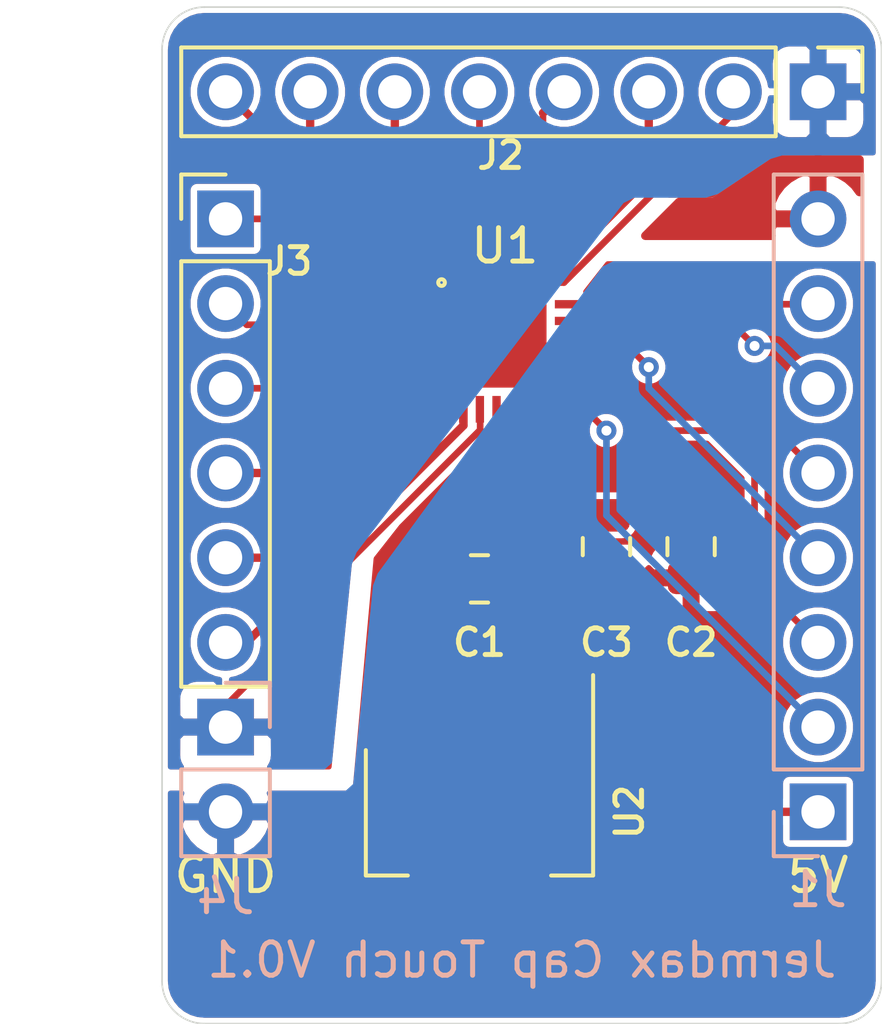
<source format=kicad_pcb>
(kicad_pcb (version 20171130) (host pcbnew 5.1.10-88a1d61d58~88~ubuntu20.04.1)

  (general
    (thickness 1.6)
    (drawings 11)
    (tracks 109)
    (zones 0)
    (modules 9)
    (nets 25)
  )

  (page A4)
  (layers
    (0 F.Cu signal)
    (31 B.Cu signal)
    (32 B.Adhes user)
    (33 F.Adhes user)
    (34 B.Paste user)
    (35 F.Paste user)
    (36 B.SilkS user)
    (37 F.SilkS user)
    (38 B.Mask user)
    (39 F.Mask user)
    (40 Dwgs.User user)
    (41 Cmts.User user)
    (42 Eco1.User user)
    (43 Eco2.User user)
    (44 Edge.Cuts user)
    (45 Margin user)
    (46 B.CrtYd user)
    (47 F.CrtYd user)
    (48 B.Fab user)
    (49 F.Fab user)
  )

  (setup
    (last_trace_width 0.2)
    (user_trace_width 0.2)
    (trace_clearance 0.2)
    (zone_clearance 0.15)
    (zone_45_only no)
    (trace_min 0.127)
    (via_size 0.8)
    (via_drill 0.4)
    (via_min_size 0.25)
    (via_min_drill 0.3)
    (uvia_size 0.3)
    (uvia_drill 0.1)
    (uvias_allowed no)
    (uvia_min_size 0.2)
    (uvia_min_drill 0.1)
    (edge_width 0.05)
    (segment_width 0.2)
    (pcb_text_width 0.3)
    (pcb_text_size 1.5 1.5)
    (mod_edge_width 0.12)
    (mod_text_size 1 1)
    (mod_text_width 0.15)
    (pad_size 1.524 1.524)
    (pad_drill 0.762)
    (pad_to_mask_clearance 0.05)
    (aux_axis_origin 0 0)
    (visible_elements 7FFFFFFF)
    (pcbplotparams
      (layerselection 0x010fc_ffffffff)
      (usegerberextensions false)
      (usegerberattributes true)
      (usegerberadvancedattributes true)
      (creategerberjobfile true)
      (excludeedgelayer true)
      (linewidth 0.100000)
      (plotframeref false)
      (viasonmask false)
      (mode 1)
      (useauxorigin false)
      (hpglpennumber 1)
      (hpglpenspeed 20)
      (hpglpendiameter 15.000000)
      (psnegative false)
      (psa4output false)
      (plotreference true)
      (plotvalue true)
      (plotinvisibletext false)
      (padsonsilk false)
      (subtractmaskfromsilk false)
      (outputformat 1)
      (mirror false)
      (drillshape 0)
      (scaleselection 1)
      (outputdirectory "./AD7147-PACPZ1500R7_Gerber"))
  )

  (net 0 "")
  (net 1 "Net-(C1-Pad1)")
  (net 2 GND)
  (net 3 "Net-(C2-Pad1)")
  (net 4 5V)
  (net 5 SDA)
  (net 6 ADD0)
  (net 7 SCLK)
  (net 8 ADD1)
  (net 9 INT1)
  (net 10 GPIO)
  (net 11 CIN0)
  (net 12 CIN1)
  (net 13 CIN2)
  (net 14 CIN3)
  (net 15 CIN4)
  (net 16 CIN5)
  (net 17 CIN12)
  (net 18 CIN11)
  (net 19 CIN10)
  (net 20 CIN9)
  (net 21 CIN8)
  (net 22 CIN7)
  (net 23 CIN6)
  (net 24 ACSHIELD)

  (net_class Default "This is the default net class."
    (clearance 0.2)
    (trace_width 0.25)
    (via_dia 0.8)
    (via_drill 0.4)
    (uvia_dia 0.3)
    (uvia_drill 0.1)
    (add_net 5V)
    (add_net ACSHIELD)
    (add_net ADD0)
    (add_net ADD1)
    (add_net CIN0)
    (add_net CIN1)
    (add_net CIN10)
    (add_net CIN11)
    (add_net CIN12)
    (add_net CIN2)
    (add_net CIN3)
    (add_net CIN4)
    (add_net CIN5)
    (add_net CIN6)
    (add_net CIN7)
    (add_net CIN8)
    (add_net CIN9)
    (add_net GND)
    (add_net GPIO)
    (add_net INT1)
    (add_net "Net-(C1-Pad1)")
    (add_net "Net-(C2-Pad1)")
    (add_net SCLK)
    (add_net SDA)
  )

  (module AD7147-PACPZ1500R7:AD7147-PACPZ1500R7 (layer F.Cu) (tedit 6090F40C) (tstamp 60917F00)
    (at 143.002 73.66)
    (path /5F2D8739)
    (fp_text reference U1 (at 0 -3) (layer F.SilkS)
      (effects (font (size 1 1) (thickness 0.15)))
    )
    (fp_text value AD7147PACPZ1500R7 (at 0 -4.5) (layer F.Fab)
      (effects (font (size 1 1) (thickness 0.15)))
    )
    (fp_circle (center -1.9 -1.9) (end -1.9 -1.8) (layer F.SilkS) (width 0.12))
    (pad 21 smd rect (at 0.25 -1.9 180) (size 0.25 0.8) (layers F.Cu F.Paste F.Mask)
      (net 13 CIN2) (zone_connect 0))
    (pad 23 smd rect (at -0.75 -1.9 180) (size 0.25 0.8) (layers F.Cu F.Paste F.Mask)
      (net 15 CIN4) (zone_connect 0))
    (pad 22 smd rect (at -0.25 -1.9 180) (size 0.25 0.8) (layers F.Cu F.Paste F.Mask)
      (net 14 CIN3) (zone_connect 0))
    (pad 20 smd rect (at 0.75 -1.9 180) (size 0.25 0.8) (layers F.Cu F.Paste F.Mask)
      (net 12 CIN1) (zone_connect 0))
    (pad 24 smd rect (at -1.25 -1.9 180) (size 0.25 0.8) (layers F.Cu F.Paste F.Mask)
      (net 16 CIN5) (zone_connect 0))
    (pad 19 smd rect (at 1.25 -1.9 180) (size 0.25 0.8) (layers F.Cu F.Paste F.Mask)
      (net 11 CIN0) (zone_connect 0))
    (pad 10 smd rect (at 0.25 1.9 180) (size 0.25 0.8) (layers F.Cu F.Paste F.Mask)
      (net 2 GND) (zone_connect 0))
    (pad 8 smd rect (at -0.75 1.9 180) (size 0.25 0.8) (layers F.Cu F.Paste F.Mask)
      (net 24 ACSHIELD) (zone_connect 0))
    (pad 9 smd rect (at -0.25 1.9 180) (size 0.25 0.8) (layers F.Cu F.Paste F.Mask)
      (net 1 "Net-(C1-Pad1)") (zone_connect 0))
    (pad 11 smd rect (at 0.75 1.9 180) (size 0.25 0.8) (layers F.Cu F.Paste F.Mask)
      (net 3 "Net-(C2-Pad1)") (zone_connect 0))
    (pad 7 smd rect (at -1.25 1.9 180) (size 0.25 0.8) (layers F.Cu F.Paste F.Mask)
      (net 17 CIN12) (zone_connect 0))
    (pad 12 smd rect (at 1.25 1.9 180) (size 0.25 0.8) (layers F.Cu F.Paste F.Mask)
      (net 3 "Net-(C2-Pad1)") (zone_connect 0))
    (pad 15 smd rect (at 1.9 0.25 90) (size 0.25 0.8) (layers F.Cu F.Paste F.Mask)
      (net 7 SCLK) (zone_connect 0))
    (pad 17 smd rect (at 1.9 -0.75 90) (size 0.25 0.8) (layers F.Cu F.Paste F.Mask)
      (net 9 INT1) (zone_connect 0))
    (pad 16 smd rect (at 1.9 -0.254 90) (size 0.25 0.8) (layers F.Cu F.Paste F.Mask)
      (net 8 ADD1) (zone_connect 0))
    (pad 14 smd rect (at 1.9 0.75 90) (size 0.25 0.8) (layers F.Cu F.Paste F.Mask)
      (net 6 ADD0) (zone_connect 0))
    (pad 18 smd rect (at 1.9 -1.25 90) (size 0.25 0.8) (layers F.Cu F.Paste F.Mask)
      (net 10 GPIO) (zone_connect 0))
    (pad 13 smd rect (at 1.9 1.25 90) (size 0.25 0.8) (layers F.Cu F.Paste F.Mask)
      (net 5 SDA) (zone_connect 0))
    (pad 6 smd rect (at -1.9 1.25 90) (size 0.25 0.8) (layers F.Cu F.Paste F.Mask)
      (net 18 CIN11) (zone_connect 0))
    (pad 5 smd rect (at -1.9 0.75 90) (size 0.25 0.8) (layers F.Cu F.Paste F.Mask)
      (net 19 CIN10) (zone_connect 0))
    (pad 4 smd rect (at -1.9 0.25 90) (size 0.25 0.8) (layers F.Cu F.Paste F.Mask)
      (net 20 CIN9) (zone_connect 0))
    (pad 3 smd rect (at -1.9 -0.25 90) (size 0.25 0.8) (layers F.Cu F.Paste F.Mask)
      (net 21 CIN8) (zone_connect 0))
    (pad 2 smd rect (at -1.9 -0.75 90) (size 0.25 0.8) (layers F.Cu F.Paste F.Mask)
      (net 22 CIN7) (zone_connect 0))
    (pad 1 smd rect (at -1.9 -1.25 90) (size 0.25 0.8) (layers F.Cu F.Paste F.Mask)
      (net 23 CIN6) (zone_connect 0))
    (pad "" smd rect (at 0 0 180) (size 2.5 2.5) (layers F.Cu F.Paste F.Mask)
      (zone_connect 0))
  )

  (module Connector_PinHeader_2.54mm:PinHeader_1x02_P2.54mm_Vertical (layer B.Cu) (tedit 59FED5CC) (tstamp 5F9B69CA)
    (at 134.62 85.09 180)
    (descr "Through hole straight pin header, 1x02, 2.54mm pitch, single row")
    (tags "Through hole pin header THT 1x02 2.54mm single row")
    (path /5FA899D6)
    (fp_text reference J4 (at 0 -5.08) (layer B.SilkS)
      (effects (font (size 1 1) (thickness 0.15)) (justify mirror))
    )
    (fp_text value Conn_01x02_Male (at 0 -4.87) (layer B.Fab)
      (effects (font (size 1 1) (thickness 0.15)) (justify mirror))
    )
    (fp_line (start 1.8 1.8) (end -1.8 1.8) (layer B.CrtYd) (width 0.05))
    (fp_line (start 1.8 -4.35) (end 1.8 1.8) (layer B.CrtYd) (width 0.05))
    (fp_line (start -1.8 -4.35) (end 1.8 -4.35) (layer B.CrtYd) (width 0.05))
    (fp_line (start -1.8 1.8) (end -1.8 -4.35) (layer B.CrtYd) (width 0.05))
    (fp_line (start -1.33 1.33) (end 0 1.33) (layer B.SilkS) (width 0.12))
    (fp_line (start -1.33 0) (end -1.33 1.33) (layer B.SilkS) (width 0.12))
    (fp_line (start -1.33 -1.27) (end 1.33 -1.27) (layer B.SilkS) (width 0.12))
    (fp_line (start 1.33 -1.27) (end 1.33 -3.87) (layer B.SilkS) (width 0.12))
    (fp_line (start -1.33 -1.27) (end -1.33 -3.87) (layer B.SilkS) (width 0.12))
    (fp_line (start -1.33 -3.87) (end 1.33 -3.87) (layer B.SilkS) (width 0.12))
    (fp_line (start -1.27 0.635) (end -0.635 1.27) (layer B.Fab) (width 0.1))
    (fp_line (start -1.27 -3.81) (end -1.27 0.635) (layer B.Fab) (width 0.1))
    (fp_line (start 1.27 -3.81) (end -1.27 -3.81) (layer B.Fab) (width 0.1))
    (fp_line (start 1.27 1.27) (end 1.27 -3.81) (layer B.Fab) (width 0.1))
    (fp_line (start -0.635 1.27) (end 1.27 1.27) (layer B.Fab) (width 0.1))
    (fp_text user %R (at 0 -1.27 270) (layer B.Fab)
      (effects (font (size 1 1) (thickness 0.15)) (justify mirror))
    )
    (pad 1 thru_hole rect (at 0 0 180) (size 1.7 1.7) (drill 1) (layers *.Cu *.Mask)
      (net 24 ACSHIELD))
    (pad 2 thru_hole oval (at 0 -2.54 180) (size 1.7 1.7) (drill 1) (layers *.Cu *.Mask)
      (net 2 GND))
    (model ${KISYS3DMOD}/Connector_PinHeader_2.54mm.3dshapes/PinHeader_1x02_P2.54mm_Vertical.wrl
      (at (xyz 0 0 0))
      (scale (xyz 1 1 1))
      (rotate (xyz 0 0 0))
    )
  )

  (module Connector_PinHeader_2.54mm:PinHeader_1x06_P2.54mm_Vertical (layer F.Cu) (tedit 59FED5CC) (tstamp 5F9B69B4)
    (at 134.62 69.85)
    (descr "Through hole straight pin header, 1x06, 2.54mm pitch, single row")
    (tags "Through hole pin header THT 1x06 2.54mm single row")
    (path /5FA8A3D5)
    (fp_text reference J3 (at 1.905 1.27) (layer F.SilkS)
      (effects (font (size 0.8 0.8) (thickness 0.15)))
    )
    (fp_text value Conn_01x06_Male (at -2.54 8.89 90) (layer F.Fab)
      (effects (font (size 1 1) (thickness 0.15)))
    )
    (fp_line (start -0.635 -1.27) (end 1.27 -1.27) (layer F.Fab) (width 0.1))
    (fp_line (start 1.27 -1.27) (end 1.27 13.97) (layer F.Fab) (width 0.1))
    (fp_line (start 1.27 13.97) (end -1.27 13.97) (layer F.Fab) (width 0.1))
    (fp_line (start -1.27 13.97) (end -1.27 -0.635) (layer F.Fab) (width 0.1))
    (fp_line (start -1.27 -0.635) (end -0.635 -1.27) (layer F.Fab) (width 0.1))
    (fp_line (start -1.33 14.03) (end 1.33 14.03) (layer F.SilkS) (width 0.12))
    (fp_line (start -1.33 1.27) (end -1.33 14.03) (layer F.SilkS) (width 0.12))
    (fp_line (start 1.33 1.27) (end 1.33 14.03) (layer F.SilkS) (width 0.12))
    (fp_line (start -1.33 1.27) (end 1.33 1.27) (layer F.SilkS) (width 0.12))
    (fp_line (start -1.33 0) (end -1.33 -1.33) (layer F.SilkS) (width 0.12))
    (fp_line (start -1.33 -1.33) (end 0 -1.33) (layer F.SilkS) (width 0.12))
    (fp_line (start -1.8 -1.8) (end -1.8 14.5) (layer F.CrtYd) (width 0.05))
    (fp_line (start -1.8 14.5) (end 1.8 14.5) (layer F.CrtYd) (width 0.05))
    (fp_line (start 1.8 14.5) (end 1.8 -1.8) (layer F.CrtYd) (width 0.05))
    (fp_line (start 1.8 -1.8) (end -1.8 -1.8) (layer F.CrtYd) (width 0.05))
    (fp_text user %R (at 0 6.35 90) (layer F.Fab)
      (effects (font (size 1 1) (thickness 0.15)))
    )
    (pad 6 thru_hole oval (at 0 12.7) (size 1.7 1.7) (drill 1) (layers *.Cu *.Mask)
      (net 17 CIN12))
    (pad 5 thru_hole oval (at 0 10.16) (size 1.7 1.7) (drill 1) (layers *.Cu *.Mask)
      (net 18 CIN11))
    (pad 4 thru_hole oval (at 0 7.62) (size 1.7 1.7) (drill 1) (layers *.Cu *.Mask)
      (net 19 CIN10))
    (pad 3 thru_hole oval (at 0 5.08) (size 1.7 1.7) (drill 1) (layers *.Cu *.Mask)
      (net 20 CIN9))
    (pad 2 thru_hole oval (at 0 2.54) (size 1.7 1.7) (drill 1) (layers *.Cu *.Mask)
      (net 21 CIN8))
    (pad 1 thru_hole rect (at 0 0) (size 1.7 1.7) (drill 1) (layers *.Cu *.Mask)
      (net 22 CIN7))
    (model ${KISYS3DMOD}/Connector_PinHeader_2.54mm.3dshapes/PinHeader_1x06_P2.54mm_Vertical.wrl
      (at (xyz 0 0 0))
      (scale (xyz 1 1 1))
      (rotate (xyz 0 0 0))
    )
  )

  (module Connector_PinHeader_2.54mm:PinHeader_1x08_P2.54mm_Vertical (layer F.Cu) (tedit 59FED5CC) (tstamp 5F9B5DE1)
    (at 152.4 66.04 270)
    (descr "Through hole straight pin header, 1x08, 2.54mm pitch, single row")
    (tags "Through hole pin header THT 1x08 2.54mm single row")
    (path /5FA835D2)
    (fp_text reference J2 (at 1.905 9.525 180) (layer F.SilkS)
      (effects (font (size 0.8 0.8) (thickness 0.15)))
    )
    (fp_text value Conn_01x08_Male (at -1.905 8.89 180) (layer F.Fab)
      (effects (font (size 1 1) (thickness 0.15)))
    )
    (fp_line (start 1.8 -1.8) (end -1.8 -1.8) (layer F.CrtYd) (width 0.05))
    (fp_line (start 1.8 19.55) (end 1.8 -1.8) (layer F.CrtYd) (width 0.05))
    (fp_line (start -1.8 19.55) (end 1.8 19.55) (layer F.CrtYd) (width 0.05))
    (fp_line (start -1.8 -1.8) (end -1.8 19.55) (layer F.CrtYd) (width 0.05))
    (fp_line (start -1.33 -1.33) (end 0 -1.33) (layer F.SilkS) (width 0.12))
    (fp_line (start -1.33 0) (end -1.33 -1.33) (layer F.SilkS) (width 0.12))
    (fp_line (start -1.33 1.27) (end 1.33 1.27) (layer F.SilkS) (width 0.12))
    (fp_line (start 1.33 1.27) (end 1.33 19.11) (layer F.SilkS) (width 0.12))
    (fp_line (start -1.33 1.27) (end -1.33 19.11) (layer F.SilkS) (width 0.12))
    (fp_line (start -1.33 19.11) (end 1.33 19.11) (layer F.SilkS) (width 0.12))
    (fp_line (start -1.27 -0.635) (end -0.635 -1.27) (layer F.Fab) (width 0.1))
    (fp_line (start -1.27 19.05) (end -1.27 -0.635) (layer F.Fab) (width 0.1))
    (fp_line (start 1.27 19.05) (end -1.27 19.05) (layer F.Fab) (width 0.1))
    (fp_line (start 1.27 -1.27) (end 1.27 19.05) (layer F.Fab) (width 0.1))
    (fp_line (start -0.635 -1.27) (end 1.27 -1.27) (layer F.Fab) (width 0.1))
    (fp_text user %R (at 0 8.89) (layer F.Fab)
      (effects (font (size 1 1) (thickness 0.15)))
    )
    (pad 1 thru_hole rect (at 0 0 270) (size 1.7 1.7) (drill 1) (layers *.Cu *.Mask)
      (net 24 ACSHIELD))
    (pad 2 thru_hole oval (at 0 2.54 270) (size 1.7 1.7) (drill 1) (layers *.Cu *.Mask)
      (net 11 CIN0))
    (pad 3 thru_hole oval (at 0 5.08 270) (size 1.7 1.7) (drill 1) (layers *.Cu *.Mask)
      (net 12 CIN1))
    (pad 4 thru_hole oval (at 0 7.62 270) (size 1.7 1.7) (drill 1) (layers *.Cu *.Mask)
      (net 13 CIN2))
    (pad 5 thru_hole oval (at 0 10.16 270) (size 1.7 1.7) (drill 1) (layers *.Cu *.Mask)
      (net 14 CIN3))
    (pad 6 thru_hole oval (at 0 12.7 270) (size 1.7 1.7) (drill 1) (layers *.Cu *.Mask)
      (net 15 CIN4))
    (pad 7 thru_hole oval (at 0 15.24 270) (size 1.7 1.7) (drill 1) (layers *.Cu *.Mask)
      (net 16 CIN5))
    (pad 8 thru_hole oval (at 0 17.78 270) (size 1.7 1.7) (drill 1) (layers *.Cu *.Mask)
      (net 23 CIN6))
    (model ${KISYS3DMOD}/Connector_PinHeader_2.54mm.3dshapes/PinHeader_1x08_P2.54mm_Vertical.wrl
      (at (xyz 0 0 0))
      (scale (xyz 1 1 1))
      (rotate (xyz 0 0 0))
    )
  )

  (module Capacitor_SMD:C_0805_2012Metric (layer F.Cu) (tedit 5B36C52B) (tstamp 5F96E1AF)
    (at 142.24 80.645)
    (descr "Capacitor SMD 0805 (2012 Metric), square (rectangular) end terminal, IPC_7351 nominal, (Body size source: https://docs.google.com/spreadsheets/d/1BsfQQcO9C6DZCsRaXUlFlo91Tg2WpOkGARC1WS5S8t0/edit?usp=sharing), generated with kicad-footprint-generator")
    (tags capacitor)
    (path /5F2DC632)
    (attr smd)
    (fp_text reference C1 (at 0 1.905) (layer F.SilkS)
      (effects (font (size 0.8 0.8) (thickness 0.15)))
    )
    (fp_text value 100nf (at 0 -1.905) (layer F.Fab)
      (effects (font (size 0.8 0.8) (thickness 0.15)))
    )
    (fp_line (start 1.68 0.95) (end -1.68 0.95) (layer F.CrtYd) (width 0.05))
    (fp_line (start 1.68 -0.95) (end 1.68 0.95) (layer F.CrtYd) (width 0.05))
    (fp_line (start -1.68 -0.95) (end 1.68 -0.95) (layer F.CrtYd) (width 0.05))
    (fp_line (start -1.68 0.95) (end -1.68 -0.95) (layer F.CrtYd) (width 0.05))
    (fp_line (start -0.258578 0.71) (end 0.258578 0.71) (layer F.SilkS) (width 0.12))
    (fp_line (start -0.258578 -0.71) (end 0.258578 -0.71) (layer F.SilkS) (width 0.12))
    (fp_line (start 1 0.6) (end -1 0.6) (layer F.Fab) (width 0.1))
    (fp_line (start 1 -0.6) (end 1 0.6) (layer F.Fab) (width 0.1))
    (fp_line (start -1 -0.6) (end 1 -0.6) (layer F.Fab) (width 0.1))
    (fp_line (start -1 0.6) (end -1 -0.6) (layer F.Fab) (width 0.1))
    (fp_text user %R (at 0 0) (layer F.Fab)
      (effects (font (size 0.5 0.5) (thickness 0.08)))
    )
    (pad 1 smd roundrect (at -0.9375 0) (size 0.975 1.4) (layers F.Cu F.Paste F.Mask) (roundrect_rratio 0.25)
      (net 1 "Net-(C1-Pad1)"))
    (pad 2 smd roundrect (at 0.9375 0) (size 0.975 1.4) (layers F.Cu F.Paste F.Mask) (roundrect_rratio 0.25)
      (net 2 GND))
    (model ${KISYS3DMOD}/Capacitor_SMD.3dshapes/C_0805_2012Metric.wrl
      (at (xyz 0 0 0))
      (scale (xyz 1 1 1))
      (rotate (xyz 0 0 0))
    )
  )

  (module Capacitor_SMD:C_0805_2012Metric (layer F.Cu) (tedit 5B36C52B) (tstamp 5F96DA6E)
    (at 148.59 79.6775 270)
    (descr "Capacitor SMD 0805 (2012 Metric), square (rectangular) end terminal, IPC_7351 nominal, (Body size source: https://docs.google.com/spreadsheets/d/1BsfQQcO9C6DZCsRaXUlFlo91Tg2WpOkGARC1WS5S8t0/edit?usp=sharing), generated with kicad-footprint-generator")
    (tags capacitor)
    (path /5F2DF0D4)
    (attr smd)
    (fp_text reference C2 (at 2.8725 0 180) (layer F.SilkS)
      (effects (font (size 0.8 0.8) (thickness 0.15)))
    )
    (fp_text value 0.1uf (at -2.2075 0 180) (layer F.Fab)
      (effects (font (size 1 1) (thickness 0.15)))
    )
    (fp_line (start -1 0.6) (end -1 -0.6) (layer F.Fab) (width 0.1))
    (fp_line (start -1 -0.6) (end 1 -0.6) (layer F.Fab) (width 0.1))
    (fp_line (start 1 -0.6) (end 1 0.6) (layer F.Fab) (width 0.1))
    (fp_line (start 1 0.6) (end -1 0.6) (layer F.Fab) (width 0.1))
    (fp_line (start -0.258578 -0.71) (end 0.258578 -0.71) (layer F.SilkS) (width 0.12))
    (fp_line (start -0.258578 0.71) (end 0.258578 0.71) (layer F.SilkS) (width 0.12))
    (fp_line (start -1.68 0.95) (end -1.68 -0.95) (layer F.CrtYd) (width 0.05))
    (fp_line (start -1.68 -0.95) (end 1.68 -0.95) (layer F.CrtYd) (width 0.05))
    (fp_line (start 1.68 -0.95) (end 1.68 0.95) (layer F.CrtYd) (width 0.05))
    (fp_line (start 1.68 0.95) (end -1.68 0.95) (layer F.CrtYd) (width 0.05))
    (fp_text user %R (at 0 0 90) (layer F.Fab)
      (effects (font (size 0.5 0.5) (thickness 0.08)))
    )
    (pad 2 smd roundrect (at 0.9375 0 270) (size 0.975 1.4) (layers F.Cu F.Paste F.Mask) (roundrect_rratio 0.25)
      (net 2 GND))
    (pad 1 smd roundrect (at -0.9375 0 270) (size 0.975 1.4) (layers F.Cu F.Paste F.Mask) (roundrect_rratio 0.25)
      (net 3 "Net-(C2-Pad1)"))
    (model ${KISYS3DMOD}/Capacitor_SMD.3dshapes/C_0805_2012Metric.wrl
      (at (xyz 0 0 0))
      (scale (xyz 1 1 1))
      (rotate (xyz 0 0 0))
    )
  )

  (module Capacitor_SMD:C_0805_2012Metric (layer F.Cu) (tedit 5B36C52B) (tstamp 5F96DEBA)
    (at 146.05 79.6775 270)
    (descr "Capacitor SMD 0805 (2012 Metric), square (rectangular) end terminal, IPC_7351 nominal, (Body size source: https://docs.google.com/spreadsheets/d/1BsfQQcO9C6DZCsRaXUlFlo91Tg2WpOkGARC1WS5S8t0/edit?usp=sharing), generated with kicad-footprint-generator")
    (tags capacitor)
    (path /5F2DFD13)
    (attr smd)
    (fp_text reference C3 (at 2.8725 0 180) (layer F.SilkS)
      (effects (font (size 0.8 0.8) (thickness 0.15)))
    )
    (fp_text value 1uf (at -2.2075 0 180) (layer F.Fab)
      (effects (font (size 1 1) (thickness 0.15)))
    )
    (fp_line (start 1.68 0.95) (end -1.68 0.95) (layer F.CrtYd) (width 0.05))
    (fp_line (start 1.68 -0.95) (end 1.68 0.95) (layer F.CrtYd) (width 0.05))
    (fp_line (start -1.68 -0.95) (end 1.68 -0.95) (layer F.CrtYd) (width 0.05))
    (fp_line (start -1.68 0.95) (end -1.68 -0.95) (layer F.CrtYd) (width 0.05))
    (fp_line (start -0.258578 0.71) (end 0.258578 0.71) (layer F.SilkS) (width 0.12))
    (fp_line (start -0.258578 -0.71) (end 0.258578 -0.71) (layer F.SilkS) (width 0.12))
    (fp_line (start 1 0.6) (end -1 0.6) (layer F.Fab) (width 0.1))
    (fp_line (start 1 -0.6) (end 1 0.6) (layer F.Fab) (width 0.1))
    (fp_line (start -1 -0.6) (end 1 -0.6) (layer F.Fab) (width 0.1))
    (fp_line (start -1 0.6) (end -1 -0.6) (layer F.Fab) (width 0.1))
    (fp_text user %R (at 0 0 90) (layer F.Fab)
      (effects (font (size 0.5 0.5) (thickness 0.08)))
    )
    (pad 1 smd roundrect (at -0.9375 0 270) (size 0.975 1.4) (layers F.Cu F.Paste F.Mask) (roundrect_rratio 0.25)
      (net 3 "Net-(C2-Pad1)"))
    (pad 2 smd roundrect (at 0.9375 0 270) (size 0.975 1.4) (layers F.Cu F.Paste F.Mask) (roundrect_rratio 0.25)
      (net 2 GND))
    (model ${KISYS3DMOD}/Capacitor_SMD.3dshapes/C_0805_2012Metric.wrl
      (at (xyz 0 0 0))
      (scale (xyz 1 1 1))
      (rotate (xyz 0 0 0))
    )
  )

  (module Connector_PinHeader_2.54mm:PinHeader_1x08_P2.54mm_Vertical (layer B.Cu) (tedit 59FED5CC) (tstamp 5F96DA9B)
    (at 152.4 87.63)
    (descr "Through hole straight pin header, 1x08, 2.54mm pitch, single row")
    (tags "Through hole pin header THT 1x08 2.54mm single row")
    (path /5F99AEB0)
    (fp_text reference J1 (at 0 2.33) (layer B.SilkS)
      (effects (font (size 1 1) (thickness 0.15)) (justify mirror))
    )
    (fp_text value Conn_01x08_Male (at -1.905 -9.525 90) (layer B.Fab)
      (effects (font (size 1 1) (thickness 0.15)) (justify mirror))
    )
    (fp_line (start 1.8 1.8) (end -1.8 1.8) (layer B.CrtYd) (width 0.05))
    (fp_line (start 1.8 -19.55) (end 1.8 1.8) (layer B.CrtYd) (width 0.05))
    (fp_line (start -1.8 -19.55) (end 1.8 -19.55) (layer B.CrtYd) (width 0.05))
    (fp_line (start -1.8 1.8) (end -1.8 -19.55) (layer B.CrtYd) (width 0.05))
    (fp_line (start -1.33 1.33) (end 0 1.33) (layer B.SilkS) (width 0.12))
    (fp_line (start -1.33 0) (end -1.33 1.33) (layer B.SilkS) (width 0.12))
    (fp_line (start -1.33 -1.27) (end 1.33 -1.27) (layer B.SilkS) (width 0.12))
    (fp_line (start 1.33 -1.27) (end 1.33 -19.11) (layer B.SilkS) (width 0.12))
    (fp_line (start -1.33 -1.27) (end -1.33 -19.11) (layer B.SilkS) (width 0.12))
    (fp_line (start -1.33 -19.11) (end 1.33 -19.11) (layer B.SilkS) (width 0.12))
    (fp_line (start -1.27 0.635) (end -0.635 1.27) (layer B.Fab) (width 0.1))
    (fp_line (start -1.27 -19.05) (end -1.27 0.635) (layer B.Fab) (width 0.1))
    (fp_line (start 1.27 -19.05) (end -1.27 -19.05) (layer B.Fab) (width 0.1))
    (fp_line (start 1.27 1.27) (end 1.27 -19.05) (layer B.Fab) (width 0.1))
    (fp_line (start -0.635 1.27) (end 1.27 1.27) (layer B.Fab) (width 0.1))
    (fp_text user %R (at 0 -8.89 270) (layer B.Fab)
      (effects (font (size 1 1) (thickness 0.15)) (justify mirror))
    )
    (pad 1 thru_hole rect (at 0 0) (size 1.7 1.7) (drill 1) (layers *.Cu *.Mask)
      (net 4 5V))
    (pad 2 thru_hole oval (at 0 -2.54) (size 1.7 1.7) (drill 1) (layers *.Cu *.Mask)
      (net 5 SDA))
    (pad 3 thru_hole oval (at 0 -5.08) (size 1.7 1.7) (drill 1) (layers *.Cu *.Mask)
      (net 6 ADD0))
    (pad 4 thru_hole oval (at 0 -7.62) (size 1.7 1.7) (drill 1) (layers *.Cu *.Mask)
      (net 7 SCLK))
    (pad 5 thru_hole oval (at 0 -10.16) (size 1.7 1.7) (drill 1) (layers *.Cu *.Mask)
      (net 8 ADD1))
    (pad 6 thru_hole oval (at 0 -12.7) (size 1.7 1.7) (drill 1) (layers *.Cu *.Mask)
      (net 9 INT1))
    (pad 7 thru_hole oval (at 0 -15.24) (size 1.7 1.7) (drill 1) (layers *.Cu *.Mask)
      (net 10 GPIO))
    (pad 8 thru_hole oval (at 0 -17.78) (size 1.7 1.7) (drill 1) (layers *.Cu *.Mask)
      (net 24 ACSHIELD))
    (model ${KISYS3DMOD}/Connector_PinHeader_2.54mm.3dshapes/PinHeader_1x08_P2.54mm_Vertical.wrl
      (at (xyz 0 0 0))
      (scale (xyz 1 1 1))
      (rotate (xyz 0 0 0))
    )
  )

  (module Package_TO_SOT_SMD:SOT-223-3_TabPin2 (layer F.Cu) (tedit 5A02FF57) (tstamp 5F96DB05)
    (at 142.24 87.63 270)
    (descr "module CMS SOT223 4 pins")
    (tags "CMS SOT")
    (path /5F2E542A)
    (attr smd)
    (fp_text reference U2 (at 0 -4.5 90) (layer F.SilkS)
      (effects (font (size 0.8 0.8) (thickness 0.15)))
    )
    (fp_text value TC1264 (at 0 4.5 90) (layer F.Fab)
      (effects (font (size 1 1) (thickness 0.15)))
    )
    (fp_line (start 1.85 -3.35) (end 1.85 3.35) (layer F.Fab) (width 0.1))
    (fp_line (start -1.85 3.35) (end 1.85 3.35) (layer F.Fab) (width 0.1))
    (fp_line (start -4.1 -3.41) (end 1.91 -3.41) (layer F.SilkS) (width 0.12))
    (fp_line (start -0.85 -3.35) (end 1.85 -3.35) (layer F.Fab) (width 0.1))
    (fp_line (start -1.85 3.41) (end 1.91 3.41) (layer F.SilkS) (width 0.12))
    (fp_line (start -1.85 -2.35) (end -1.85 3.35) (layer F.Fab) (width 0.1))
    (fp_line (start -1.85 -2.35) (end -0.85 -3.35) (layer F.Fab) (width 0.1))
    (fp_line (start -4.4 -3.6) (end -4.4 3.6) (layer F.CrtYd) (width 0.05))
    (fp_line (start -4.4 3.6) (end 4.4 3.6) (layer F.CrtYd) (width 0.05))
    (fp_line (start 4.4 3.6) (end 4.4 -3.6) (layer F.CrtYd) (width 0.05))
    (fp_line (start 4.4 -3.6) (end -4.4 -3.6) (layer F.CrtYd) (width 0.05))
    (fp_line (start 1.91 -3.41) (end 1.91 -2.15) (layer F.SilkS) (width 0.12))
    (fp_line (start 1.91 3.41) (end 1.91 2.15) (layer F.SilkS) (width 0.12))
    (fp_text user %R (at 0 0) (layer F.Fab)
      (effects (font (size 0.8 0.8) (thickness 0.12)))
    )
    (pad 2 smd rect (at 3.15 0 270) (size 2 3.8) (layers F.Cu F.Paste F.Mask)
      (net 2 GND))
    (pad 2 smd rect (at -3.15 0 270) (size 2 1.5) (layers F.Cu F.Paste F.Mask)
      (net 2 GND))
    (pad 3 smd rect (at -3.15 2.3 270) (size 2 1.5) (layers F.Cu F.Paste F.Mask)
      (net 3 "Net-(C2-Pad1)"))
    (pad 1 smd rect (at -3.15 -2.3 270) (size 2 1.5) (layers F.Cu F.Paste F.Mask)
      (net 4 5V))
    (model ${KISYS3DMOD}/Package_TO_SOT_SMD.3dshapes/SOT-223.wrl
      (at (xyz 0 0 0))
      (scale (xyz 1 1 1))
      (rotate (xyz 0 0 0))
    )
  )

  (gr_text "Jermdax Cap Touch V0.1" (at 143.51 92.075) (layer B.SilkS)
    (effects (font (size 1 1) (thickness 0.15)) (justify mirror))
  )
  (gr_text GND (at 134.62 89.535) (layer F.SilkS)
    (effects (font (size 1 1) (thickness 0.15)))
  )
  (gr_text 5V (at 152.4 89.535) (layer F.SilkS)
    (effects (font (size 1 1) (thickness 0.15)))
  )
  (gr_arc (start 153.035 64.77) (end 154.305 64.77) (angle -90) (layer Edge.Cuts) (width 0.05))
  (gr_arc (start 133.985 64.77) (end 133.985 63.5) (angle -90) (layer Edge.Cuts) (width 0.05))
  (gr_arc (start 133.985 92.71) (end 132.715 92.71) (angle -90) (layer Edge.Cuts) (width 0.05))
  (gr_arc (start 153.035 92.71) (end 153.035 93.98) (angle -90) (layer Edge.Cuts) (width 0.05))
  (gr_line (start 154.305 64.77) (end 154.305 92.71) (layer Edge.Cuts) (width 0.05) (tstamp 5F96EF12))
  (gr_line (start 153.035 93.98) (end 133.985 93.98) (layer Edge.Cuts) (width 0.05) (tstamp 5F96EE73))
  (gr_line (start 132.715 92.71) (end 132.715 64.77) (layer Edge.Cuts) (width 0.05) (tstamp 5F96EE6C))
  (gr_line (start 133.985 63.5) (end 153.035 63.5) (layer Edge.Cuts) (width 0.05))

  (segment (start 142.760001 75.36) (end 142.760001 76.949999) (width 0.2) (layer F.Cu) (net 1))
  (segment (start 141.3025 78.4075) (end 141.3025 80.645) (width 0.2) (layer F.Cu) (net 1))
  (segment (start 142.760001 76.949999) (end 141.3025 78.4075) (width 0.2) (layer F.Cu) (net 1))
  (segment (start 143.1775 75.807503) (end 143.260001 75.725002) (width 0.2) (layer F.Cu) (net 2))
  (segment (start 143.1775 80.645) (end 143.1775 75.807503) (width 0.2) (layer F.Cu) (net 2))
  (segment (start 139.94 84.48) (end 139.94 83.58) (width 0.25) (layer F.Cu) (net 3))
  (segment (start 146.05 78.74) (end 144.78 78.74) (width 0.2) (layer F.Cu) (net 3))
  (segment (start 144.78 78.74) (end 144.78 76.2) (width 0.2) (layer F.Cu) (net 3))
  (segment (start 144.78 78.74) (end 144.78 82.55) (width 0.2) (layer F.Cu) (net 3))
  (segment (start 144.78 82.55) (end 140.335 82.55) (width 0.2) (layer F.Cu) (net 3))
  (segment (start 140.335 84.085) (end 139.94 84.48) (width 0.2) (layer F.Cu) (net 3))
  (segment (start 140.335 82.55) (end 140.335 84.085) (width 0.2) (layer F.Cu) (net 3))
  (segment (start 146.05 78.74) (end 148.59 78.74) (width 0.2) (layer F.Cu) (net 3))
  (segment (start 144.260001 75.680001) (end 144.78 76.2) (width 0.2) (layer F.Cu) (net 3))
  (segment (start 144.260001 75.36) (end 144.260001 75.680001) (width 0.2) (layer F.Cu) (net 3))
  (segment (start 143.752 75.56) (end 144.252 75.56) (width 0.2) (layer F.Cu) (net 3))
  (segment (start 144.54 84.48) (end 144.54 84.85) (width 0.25) (layer F.Cu) (net 4))
  (segment (start 147.32 87.63) (end 152.4 87.63) (width 0.25) (layer F.Cu) (net 4))
  (segment (start 144.54 84.85) (end 147.32 87.63) (width 0.25) (layer F.Cu) (net 4))
  (via (at 146.05 76.2) (size 0.6) (drill 0.3) (layers F.Cu B.Cu) (net 5) (tstamp 5F9EB771))
  (segment (start 146.05 78.74) (end 152.4 85.09) (width 0.2) (layer B.Cu) (net 5))
  (segment (start 146.05 76.2) (end 146.05 78.74) (width 0.2) (layer B.Cu) (net 5))
  (segment (start 144.902 75.052) (end 146.05 76.2) (width 0.2) (layer F.Cu) (net 5))
  (segment (start 144.902 74.91) (end 144.902 75.052) (width 0.2) (layer F.Cu) (net 5))
  (segment (start 150.495 80.645) (end 152.4 82.55) (width 0.2) (layer F.Cu) (net 6))
  (segment (start 145.935 74.41) (end 147.725 76.2) (width 0.2) (layer F.Cu) (net 6))
  (segment (start 144.710001 74.41) (end 145.935 74.41) (width 0.2) (layer F.Cu) (net 6))
  (segment (start 147.725 76.2) (end 149.225 76.2) (width 0.2) (layer F.Cu) (net 6))
  (segment (start 149.225 76.2) (end 150.495 77.47) (width 0.2) (layer F.Cu) (net 6))
  (segment (start 150.495 77.47) (end 150.495 80.645) (width 0.2) (layer F.Cu) (net 6))
  (via (at 147.32 74.295) (size 0.6) (drill 0.3) (layers F.Cu B.Cu) (net 7) (tstamp 5F9EB771))
  (segment (start 146.935 73.91) (end 147.32 74.295) (width 0.2) (layer F.Cu) (net 7))
  (segment (start 144.710001 73.91) (end 146.935 73.91) (width 0.2) (layer F.Cu) (net 7))
  (segment (start 147.32 74.93) (end 152.4 80.01) (width 0.2) (layer B.Cu) (net 7))
  (segment (start 147.32 74.295) (end 147.32 74.93) (width 0.2) (layer B.Cu) (net 7))
  (segment (start 148.34 73.41) (end 152.4 77.47) (width 0.2) (layer F.Cu) (net 8))
  (segment (start 144.710001 73.41) (end 148.34 73.41) (width 0.2) (layer F.Cu) (net 8))
  (via (at 150.495 73.66) (size 0.6) (drill 0.3) (layers F.Cu B.Cu) (net 9))
  (segment (start 149.745 72.91) (end 150.495 73.66) (width 0.2) (layer F.Cu) (net 9))
  (segment (start 144.710001 72.91) (end 149.745 72.91) (width 0.2) (layer F.Cu) (net 9))
  (segment (start 151.13 73.66) (end 152.4 74.93) (width 0.2) (layer B.Cu) (net 9))
  (segment (start 150.495 73.66) (end 151.13 73.66) (width 0.2) (layer B.Cu) (net 9))
  (segment (start 152.38 72.41) (end 152.4 72.39) (width 0.2) (layer F.Cu) (net 10))
  (segment (start 144.710001 72.41) (end 152.38 72.41) (width 0.2) (layer F.Cu) (net 10))
  (segment (start 144.260001 71.96) (end 144.260001 71.870001) (width 0.25) (layer F.Cu) (net 11))
  (segment (start 149.86 66.675) (end 149.86 66.04) (width 0.2) (layer F.Cu) (net 11))
  (segment (start 144.775 71.76) (end 149.86 66.675) (width 0.2) (layer F.Cu) (net 11))
  (segment (start 144.252 71.76) (end 144.775 71.76) (width 0.2) (layer F.Cu) (net 11))
  (segment (start 147.32 67.945) (end 147.32 66.04) (width 0.25) (layer F.Cu) (net 12))
  (segment (start 143.826999 71.311001) (end 143.826999 71.184001) (width 0.2) (layer F.Cu) (net 12))
  (segment (start 143.752 71.386) (end 143.826999 71.311001) (width 0.2) (layer F.Cu) (net 12))
  (segment (start 143.752 71.76) (end 143.752 71.386) (width 0.2) (layer F.Cu) (net 12))
  (segment (start 147.066 67.945) (end 147.32 67.945) (width 0.2) (layer F.Cu) (net 12))
  (segment (start 143.826999 71.184001) (end 147.066 67.945) (width 0.2) (layer F.Cu) (net 12))
  (segment (start 143.309991 70.919991) (end 143.309991 70.685009) (width 0.2) (layer F.Cu) (net 13))
  (segment (start 144.145 69.85) (end 144.145 66.675) (width 0.2) (layer F.Cu) (net 13))
  (segment (start 143.309991 70.685009) (end 144.145 69.85) (width 0.2) (layer F.Cu) (net 13))
  (segment (start 144.145 66.675) (end 144.78 66.04) (width 0.25) (layer F.Cu) (net 13))
  (segment (start 143.252 70.977982) (end 143.309991 70.919991) (width 0.2) (layer F.Cu) (net 13))
  (segment (start 143.252 71.76) (end 143.252 70.977982) (width 0.2) (layer F.Cu) (net 13))
  (segment (start 142.24 66.04) (end 142.24 69.215) (width 0.2) (layer F.Cu) (net 14))
  (segment (start 142.645002 69.215) (end 142.760001 69.329999) (width 0.2) (layer F.Cu) (net 14))
  (segment (start 142.24 69.215) (end 142.645002 69.215) (width 0.2) (layer F.Cu) (net 14))
  (segment (start 142.760001 71.96) (end 142.760001 69.329999) (width 0.25) (layer F.Cu) (net 14))
  (segment (start 142.260001 71.96) (end 142.260001 70.505001) (width 0.25) (layer F.Cu) (net 15))
  (segment (start 139.7 67.945) (end 139.7 66.04) (width 0.25) (layer F.Cu) (net 15))
  (segment (start 142.260001 70.505001) (end 139.7 67.945) (width 0.25) (layer F.Cu) (net 15))
  (segment (start 141.760001 71.96) (end 141.760001 71.910001) (width 0.2) (layer F.Cu) (net 16))
  (segment (start 137.16 67.359999) (end 137.16 66.04) (width 0.25) (layer F.Cu) (net 16))
  (segment (start 141.760001 71.96) (end 137.16 67.359999) (width 0.25) (layer F.Cu) (net 16))
  (segment (start 141.760001 75.36) (end 141.760001 75.409999) (width 0.25) (layer F.Cu) (net 17))
  (segment (start 141.760001 75.36) (end 141.760001 76.044999) (width 0.25) (layer F.Cu) (net 17))
  (segment (start 135.255 82.55) (end 134.62 82.55) (width 0.25) (layer F.Cu) (net 17))
  (segment (start 141.760001 76.044999) (end 135.255 82.55) (width 0.25) (layer F.Cu) (net 17))
  (segment (start 136.210001 80.01) (end 134.62 80.01) (width 0.25) (layer F.Cu) (net 18))
  (segment (start 141.102 75.118001) (end 136.210001 80.01) (width 0.2) (layer F.Cu) (net 18))
  (segment (start 141.102 74.91) (end 141.102 75.118001) (width 0.2) (layer F.Cu) (net 18))
  (segment (start 137.16 77.47) (end 134.62 77.47) (width 0.25) (layer F.Cu) (net 19))
  (segment (start 139.065 75.565) (end 137.16 77.47) (width 0.25) (layer F.Cu) (net 19))
  (segment (start 140.145001 74.484999) (end 139.065 75.565) (width 0.2) (layer F.Cu) (net 19))
  (segment (start 140.653001 74.484999) (end 140.145001 74.484999) (width 0.2) (layer F.Cu) (net 19))
  (segment (start 140.728 74.41) (end 140.653001 74.484999) (width 0.2) (layer F.Cu) (net 19))
  (segment (start 141.102 74.41) (end 140.728 74.41) (width 0.2) (layer F.Cu) (net 19))
  (segment (start 141.310001 73.91) (end 140.38499 73.91) (width 0.25) (layer F.Cu) (net 20))
  (segment (start 140.335 73.95999) (end 139.40001 73.95999) (width 0.25) (layer F.Cu) (net 20))
  (segment (start 140.38499 73.91) (end 140.335 73.95999) (width 0.25) (layer F.Cu) (net 20))
  (segment (start 138.43 74.93) (end 134.62 74.93) (width 0.2) (layer F.Cu) (net 20))
  (segment (start 139.40001 73.95999) (end 138.43 74.93) (width 0.2) (layer F.Cu) (net 20))
  (segment (start 141.310001 73.41) (end 140.08359 73.41) (width 0.25) (layer F.Cu) (net 21))
  (segment (start 139.95 73.41) (end 139.565 73.025) (width 0.2) (layer F.Cu) (net 21))
  (segment (start 140.08359 73.41) (end 139.95 73.41) (width 0.2) (layer F.Cu) (net 21))
  (segment (start 135.255 73.025) (end 134.62 72.39) (width 0.2) (layer F.Cu) (net 21))
  (segment (start 139.565 73.025) (end 135.255 73.025) (width 0.2) (layer F.Cu) (net 21))
  (segment (start 141.03501 72.86001) (end 140.17001 72.86001) (width 0.25) (layer F.Cu) (net 22))
  (segment (start 141.310001 72.91) (end 141.085 72.91) (width 0.25) (layer F.Cu) (net 22))
  (segment (start 141.085 72.91) (end 141.03501 72.86001) (width 0.25) (layer F.Cu) (net 22))
  (segment (start 139.065 71.755) (end 137.16 71.755) (width 0.2) (layer F.Cu) (net 22))
  (segment (start 140.17001 72.86001) (end 139.065 71.755) (width 0.25) (layer F.Cu) (net 22))
  (segment (start 137.16 71.755) (end 137.16 70.485) (width 0.2) (layer F.Cu) (net 22))
  (segment (start 137.16 70.485) (end 136.525 69.85) (width 0.2) (layer F.Cu) (net 22))
  (segment (start 136.525 69.85) (end 134.62 69.85) (width 0.2) (layer F.Cu) (net 22))
  (segment (start 140.99 72.41) (end 141.310001 72.41) (width 0.25) (layer F.Cu) (net 23))
  (segment (start 134.62 66.04) (end 140.99 72.41) (width 0.25) (layer F.Cu) (net 23))
  (segment (start 142.260001 75.36) (end 142.260001 76.179999) (width 0.2) (layer F.Cu) (net 24))
  (segment (start 135.770001 82.669999) (end 135.770001 83.304999) (width 0.2) (layer F.Cu) (net 24))
  (segment (start 142.260001 76.179999) (end 135.770001 82.669999) (width 0.2) (layer F.Cu) (net 24))
  (segment (start 134.62 84.455) (end 134.62 85.09) (width 0.2) (layer F.Cu) (net 24))
  (segment (start 135.770001 83.304999) (end 134.62 84.455) (width 0.2) (layer F.Cu) (net 24))
  (segment (start 152.4 66.04) (end 152.4 69.85) (width 0.2) (layer F.Cu) (net 24))

  (zone (net 24) (net_name ACSHIELD) (layer F.Cu) (tstamp 60917F73) (hatch edge 0.508)
    (connect_pads (clearance 0.15))
    (min_thickness 0.15)
    (fill yes (arc_segments 32) (thermal_gap 0.508) (thermal_bridge_width 0.508))
    (polygon
      (pts
        (xy 154.305 67.945) (xy 151.13 67.945) (xy 149.225 69.215) (xy 147.32 69.215) (xy 138.43 80.01)
        (xy 137.795 86.36) (xy 132.715 86.36) (xy 132.715 63.5) (xy 154.305 63.5)
      )
    )
    (filled_polygon
      (pts
        (xy 153.232885 63.770602) (xy 153.423238 63.828073) (xy 153.598797 63.92142) (xy 153.752884 64.04709) (xy 153.879625 64.200293)
        (xy 153.974196 64.375199) (xy 154.032992 64.565138) (xy 154.055 64.774536) (xy 154.055 67.87) (xy 151.13 67.87)
        (xy 151.115368 67.871441) (xy 151.101299 67.875709) (xy 151.088397 67.882596) (xy 149.202291 69.14) (xy 147.92533 69.14)
        (xy 149.90033 67.165) (xy 149.970803 67.165) (xy 150.18815 67.121767) (xy 150.392887 67.036962) (xy 150.577145 66.913844)
        (xy 150.733844 66.757145) (xy 150.856962 66.572887) (xy 150.941767 66.36815) (xy 150.971434 66.219002) (xy 151.112748 66.219002)
        (xy 150.967 66.36475) (xy 150.964179 66.89) (xy 150.975435 67.004288) (xy 151.008772 67.114184) (xy 151.062908 67.215465)
        (xy 151.135762 67.304238) (xy 151.224535 67.377092) (xy 151.325816 67.431228) (xy 151.435712 67.464565) (xy 151.55 67.475821)
        (xy 152.07525 67.473) (xy 152.221 67.32725) (xy 152.221 66.219) (xy 152.579 66.219) (xy 152.579 67.32725)
        (xy 152.72475 67.473) (xy 153.25 67.475821) (xy 153.364288 67.464565) (xy 153.474184 67.431228) (xy 153.575465 67.377092)
        (xy 153.664238 67.304238) (xy 153.737092 67.215465) (xy 153.791228 67.114184) (xy 153.824565 67.004288) (xy 153.835821 66.89)
        (xy 153.833 66.36475) (xy 153.68725 66.219) (xy 152.579 66.219) (xy 152.221 66.219) (xy 152.201 66.219)
        (xy 152.201 65.861) (xy 152.221 65.861) (xy 152.221 64.75275) (xy 152.579 64.75275) (xy 152.579 65.861)
        (xy 153.68725 65.861) (xy 153.833 65.71525) (xy 153.835821 65.19) (xy 153.824565 65.075712) (xy 153.791228 64.965816)
        (xy 153.737092 64.864535) (xy 153.664238 64.775762) (xy 153.575465 64.702908) (xy 153.474184 64.648772) (xy 153.364288 64.615435)
        (xy 153.25 64.604179) (xy 152.72475 64.607) (xy 152.579 64.75275) (xy 152.221 64.75275) (xy 152.07525 64.607)
        (xy 151.55 64.604179) (xy 151.435712 64.615435) (xy 151.325816 64.648772) (xy 151.224535 64.702908) (xy 151.135762 64.775762)
        (xy 151.062908 64.864535) (xy 151.008772 64.965816) (xy 150.975435 65.075712) (xy 150.964179 65.19) (xy 150.967 65.71525)
        (xy 151.112748 65.860998) (xy 150.971434 65.860998) (xy 150.941767 65.71185) (xy 150.856962 65.507113) (xy 150.733844 65.322855)
        (xy 150.577145 65.166156) (xy 150.392887 65.043038) (xy 150.18815 64.958233) (xy 149.970803 64.915) (xy 149.749197 64.915)
        (xy 149.53185 64.958233) (xy 149.327113 65.043038) (xy 149.142855 65.166156) (xy 148.986156 65.322855) (xy 148.863038 65.507113)
        (xy 148.778233 65.71185) (xy 148.735 65.929197) (xy 148.735 66.150803) (xy 148.778233 66.36815) (xy 148.863038 66.572887)
        (xy 148.986156 66.757145) (xy 149.116841 66.88783) (xy 144.652554 71.352117) (xy 144.64802 71.306091) (xy 144.632296 71.254253)
        (xy 144.60676 71.206479) (xy 144.572395 71.164605) (xy 144.530521 71.13024) (xy 144.482747 71.104704) (xy 144.447359 71.09397)
        (xy 147.211304 68.330026) (xy 147.241586 68.339212) (xy 147.32 68.346935) (xy 147.398413 68.339212) (xy 147.473813 68.31634)
        (xy 147.543302 68.279197) (xy 147.604211 68.229211) (xy 147.654197 68.168303) (xy 147.69134 68.098814) (xy 147.714212 68.023414)
        (xy 147.72 67.964647) (xy 147.72 67.092006) (xy 147.852887 67.036962) (xy 148.037145 66.913844) (xy 148.193844 66.757145)
        (xy 148.316962 66.572887) (xy 148.401767 66.36815) (xy 148.445 66.150803) (xy 148.445 65.929197) (xy 148.401767 65.71185)
        (xy 148.316962 65.507113) (xy 148.193844 65.322855) (xy 148.037145 65.166156) (xy 147.852887 65.043038) (xy 147.64815 64.958233)
        (xy 147.430803 64.915) (xy 147.209197 64.915) (xy 146.99185 64.958233) (xy 146.787113 65.043038) (xy 146.602855 65.166156)
        (xy 146.446156 65.322855) (xy 146.323038 65.507113) (xy 146.238233 65.71185) (xy 146.195 65.929197) (xy 146.195 66.150803)
        (xy 146.238233 66.36815) (xy 146.323038 66.572887) (xy 146.446156 66.757145) (xy 146.602855 66.913844) (xy 146.787113 67.036962)
        (xy 146.92 67.092006) (xy 146.92 67.597831) (xy 146.856653 67.631691) (xy 146.799552 67.678552) (xy 146.787809 67.692861)
        (xy 144.496031 69.98464) (xy 144.514574 69.923513) (xy 144.52 69.868419) (xy 144.52 69.868417) (xy 144.521814 69.850001)
        (xy 144.52 69.831585) (xy 144.52 67.135323) (xy 144.669197 67.165) (xy 144.890803 67.165) (xy 145.10815 67.121767)
        (xy 145.312887 67.036962) (xy 145.497145 66.913844) (xy 145.653844 66.757145) (xy 145.776962 66.572887) (xy 145.861767 66.36815)
        (xy 145.905 66.150803) (xy 145.905 65.929197) (xy 145.861767 65.71185) (xy 145.776962 65.507113) (xy 145.653844 65.322855)
        (xy 145.497145 65.166156) (xy 145.312887 65.043038) (xy 145.10815 64.958233) (xy 144.890803 64.915) (xy 144.669197 64.915)
        (xy 144.45185 64.958233) (xy 144.247113 65.043038) (xy 144.062855 65.166156) (xy 143.906156 65.322855) (xy 143.783038 65.507113)
        (xy 143.698233 65.71185) (xy 143.655 65.929197) (xy 143.655 66.150803) (xy 143.698233 66.36815) (xy 143.768572 66.537963)
        (xy 143.750788 66.596587) (xy 143.743065 66.675) (xy 143.750788 66.753413) (xy 143.770001 66.816749) (xy 143.77 69.69467)
        (xy 143.160001 70.30467) (xy 143.160001 69.310352) (xy 143.154213 69.251585) (xy 143.131341 69.176185) (xy 143.094198 69.106696)
        (xy 143.044212 69.045788) (xy 142.983304 68.995802) (xy 142.924932 68.964601) (xy 142.923197 68.962866) (xy 142.91145 68.948552)
        (xy 142.854349 68.901691) (xy 142.789202 68.866869) (xy 142.718515 68.845426) (xy 142.663421 68.84) (xy 142.663418 68.84)
        (xy 142.645002 68.838186) (xy 142.626586 68.84) (xy 142.615 68.84) (xy 142.615 67.102361) (xy 142.772887 67.036962)
        (xy 142.957145 66.913844) (xy 143.113844 66.757145) (xy 143.236962 66.572887) (xy 143.321767 66.36815) (xy 143.365 66.150803)
        (xy 143.365 65.929197) (xy 143.321767 65.71185) (xy 143.236962 65.507113) (xy 143.113844 65.322855) (xy 142.957145 65.166156)
        (xy 142.772887 65.043038) (xy 142.56815 64.958233) (xy 142.350803 64.915) (xy 142.129197 64.915) (xy 141.91185 64.958233)
        (xy 141.707113 65.043038) (xy 141.522855 65.166156) (xy 141.366156 65.322855) (xy 141.243038 65.507113) (xy 141.158233 65.71185)
        (xy 141.115 65.929197) (xy 141.115 66.150803) (xy 141.158233 66.36815) (xy 141.243038 66.572887) (xy 141.366156 66.757145)
        (xy 141.522855 66.913844) (xy 141.707113 67.036962) (xy 141.865 67.102361) (xy 141.865001 69.196571) (xy 141.863186 69.215)
        (xy 141.870426 69.288513) (xy 141.891869 69.3592) (xy 141.926691 69.424347) (xy 141.973552 69.481448) (xy 142.030653 69.528309)
        (xy 142.0958 69.563131) (xy 142.166487 69.584574) (xy 142.221581 69.59) (xy 142.24 69.591814) (xy 142.258419 69.59)
        (xy 142.360002 69.59) (xy 142.360002 70.039316) (xy 140.1 67.779315) (xy 140.1 67.092006) (xy 140.232887 67.036962)
        (xy 140.417145 66.913844) (xy 140.573844 66.757145) (xy 140.696962 66.572887) (xy 140.781767 66.36815) (xy 140.825 66.150803)
        (xy 140.825 65.929197) (xy 140.781767 65.71185) (xy 140.696962 65.507113) (xy 140.573844 65.322855) (xy 140.417145 65.166156)
        (xy 140.232887 65.043038) (xy 140.02815 64.958233) (xy 139.810803 64.915) (xy 139.589197 64.915) (xy 139.37185 64.958233)
        (xy 139.167113 65.043038) (xy 138.982855 65.166156) (xy 138.826156 65.322855) (xy 138.703038 65.507113) (xy 138.618233 65.71185)
        (xy 138.575 65.929197) (xy 138.575 66.150803) (xy 138.618233 66.36815) (xy 138.703038 66.572887) (xy 138.826156 66.757145)
        (xy 138.982855 66.913844) (xy 139.167113 67.036962) (xy 139.3 67.092006) (xy 139.3 67.925353) (xy 139.298065 67.945)
        (xy 139.3 67.964646) (xy 139.305788 68.023413) (xy 139.32866 68.098813) (xy 139.365803 68.168302) (xy 139.415789 68.229211)
        (xy 139.431052 68.241737) (xy 141.860002 70.670688) (xy 141.860002 71.08367) (xy 141.627 71.08367) (xy 141.573091 71.08898)
        (xy 141.521253 71.104704) (xy 141.488108 71.122421) (xy 137.56 67.194314) (xy 137.56 67.092006) (xy 137.692887 67.036962)
        (xy 137.877145 66.913844) (xy 138.033844 66.757145) (xy 138.156962 66.572887) (xy 138.241767 66.36815) (xy 138.285 66.150803)
        (xy 138.285 65.929197) (xy 138.241767 65.71185) (xy 138.156962 65.507113) (xy 138.033844 65.322855) (xy 137.877145 65.166156)
        (xy 137.692887 65.043038) (xy 137.48815 64.958233) (xy 137.270803 64.915) (xy 137.049197 64.915) (xy 136.83185 64.958233)
        (xy 136.627113 65.043038) (xy 136.442855 65.166156) (xy 136.286156 65.322855) (xy 136.163038 65.507113) (xy 136.078233 65.71185)
        (xy 136.035 65.929197) (xy 136.035 66.150803) (xy 136.078233 66.36815) (xy 136.163038 66.572887) (xy 136.286156 66.757145)
        (xy 136.442855 66.913844) (xy 136.627113 67.036962) (xy 136.76 67.092006) (xy 136.76 67.340352) (xy 136.758065 67.359999)
        (xy 136.76 67.379645) (xy 136.765788 67.438412) (xy 136.78866 67.513812) (xy 136.825803 67.583301) (xy 136.875789 67.64421)
        (xy 136.891052 67.656736) (xy 141.242985 72.00867) (xy 141.154355 72.00867) (xy 135.646723 66.501038) (xy 135.701767 66.36815)
        (xy 135.745 66.150803) (xy 135.745 65.929197) (xy 135.701767 65.71185) (xy 135.616962 65.507113) (xy 135.493844 65.322855)
        (xy 135.337145 65.166156) (xy 135.152887 65.043038) (xy 134.94815 64.958233) (xy 134.730803 64.915) (xy 134.509197 64.915)
        (xy 134.29185 64.958233) (xy 134.087113 65.043038) (xy 133.902855 65.166156) (xy 133.746156 65.322855) (xy 133.623038 65.507113)
        (xy 133.538233 65.71185) (xy 133.495 65.929197) (xy 133.495 66.150803) (xy 133.538233 66.36815) (xy 133.623038 66.572887)
        (xy 133.746156 66.757145) (xy 133.902855 66.913844) (xy 134.087113 67.036962) (xy 134.29185 67.121767) (xy 134.509197 67.165)
        (xy 134.730803 67.165) (xy 134.94815 67.121767) (xy 135.081038 67.066723) (xy 140.42567 72.411355) (xy 140.42567 72.46001)
        (xy 140.335696 72.46001) (xy 139.33395 71.458265) (xy 139.288302 71.420803) (xy 139.218814 71.383661) (xy 139.143413 71.360788)
        (xy 139.065 71.353065) (xy 138.986587 71.360788) (xy 138.923255 71.38) (xy 137.535 71.38) (xy 137.535 70.503416)
        (xy 137.536814 70.485) (xy 137.535 70.466581) (xy 137.529574 70.411487) (xy 137.508131 70.3408) (xy 137.490703 70.308195)
        (xy 137.47331 70.275653) (xy 137.438189 70.232859) (xy 137.426448 70.218552) (xy 137.412139 70.206809) (xy 136.803195 69.597866)
        (xy 136.791448 69.583552) (xy 136.734347 69.536691) (xy 136.6692 69.501869) (xy 136.598513 69.480426) (xy 136.543419 69.475)
        (xy 136.543416 69.475) (xy 136.525 69.473186) (xy 136.506584 69.475) (xy 135.74633 69.475) (xy 135.74633 69)
        (xy 135.74102 68.946091) (xy 135.725296 68.894253) (xy 135.69976 68.846479) (xy 135.665395 68.804605) (xy 135.623521 68.77024)
        (xy 135.575747 68.744704) (xy 135.523909 68.72898) (xy 135.47 68.72367) (xy 133.77 68.72367) (xy 133.716091 68.72898)
        (xy 133.664253 68.744704) (xy 133.616479 68.77024) (xy 133.574605 68.804605) (xy 133.54024 68.846479) (xy 133.514704 68.894253)
        (xy 133.49898 68.946091) (xy 133.49367 69) (xy 133.49367 70.7) (xy 133.49898 70.753909) (xy 133.514704 70.805747)
        (xy 133.54024 70.853521) (xy 133.574605 70.895395) (xy 133.616479 70.92976) (xy 133.664253 70.955296) (xy 133.716091 70.97102)
        (xy 133.77 70.97633) (xy 135.47 70.97633) (xy 135.523909 70.97102) (xy 135.575747 70.955296) (xy 135.623521 70.92976)
        (xy 135.665395 70.895395) (xy 135.69976 70.853521) (xy 135.725296 70.805747) (xy 135.74102 70.753909) (xy 135.74633 70.7)
        (xy 135.74633 70.225) (xy 136.369671 70.225) (xy 136.785001 70.640331) (xy 136.785 71.736581) (xy 136.783186 71.755)
        (xy 136.790426 71.828513) (xy 136.811869 71.8992) (xy 136.846691 71.964347) (xy 136.884157 72.01) (xy 136.893552 72.021448)
        (xy 136.950653 72.068309) (xy 137.0158 72.103131) (xy 137.086487 72.124574) (xy 137.16 72.131814) (xy 137.178419 72.13)
        (xy 138.874315 72.13) (xy 139.394314 72.65) (xy 135.715323 72.65) (xy 135.745 72.500803) (xy 135.745 72.279197)
        (xy 135.701767 72.06185) (xy 135.616962 71.857113) (xy 135.493844 71.672855) (xy 135.337145 71.516156) (xy 135.152887 71.393038)
        (xy 134.94815 71.308233) (xy 134.730803 71.265) (xy 134.509197 71.265) (xy 134.29185 71.308233) (xy 134.087113 71.393038)
        (xy 133.902855 71.516156) (xy 133.746156 71.672855) (xy 133.623038 71.857113) (xy 133.538233 72.06185) (xy 133.495 72.279197)
        (xy 133.495 72.500803) (xy 133.538233 72.71815) (xy 133.623038 72.922887) (xy 133.746156 73.107145) (xy 133.902855 73.263844)
        (xy 134.087113 73.386962) (xy 134.29185 73.471767) (xy 134.509197 73.515) (xy 134.730803 73.515) (xy 134.94815 73.471767)
        (xy 135.152887 73.386962) (xy 135.153982 73.38623) (xy 135.181487 73.394574) (xy 135.236581 73.4) (xy 135.236584 73.4)
        (xy 135.255 73.401814) (xy 135.273416 73.4) (xy 139.409671 73.4) (xy 139.56966 73.55999) (xy 139.380363 73.55999)
        (xy 139.321596 73.565778) (xy 139.246196 73.58865) (xy 139.176707 73.625793) (xy 139.115799 73.675779) (xy 139.065813 73.736687)
        (xy 139.034615 73.795055) (xy 138.274671 74.555) (xy 135.682361 74.555) (xy 135.616962 74.397113) (xy 135.493844 74.212855)
        (xy 135.337145 74.056156) (xy 135.152887 73.933038) (xy 134.94815 73.848233) (xy 134.730803 73.805) (xy 134.509197 73.805)
        (xy 134.29185 73.848233) (xy 134.087113 73.933038) (xy 133.902855 74.056156) (xy 133.746156 74.212855) (xy 133.623038 74.397113)
        (xy 133.538233 74.60185) (xy 133.495 74.819197) (xy 133.495 75.040803) (xy 133.538233 75.25815) (xy 133.623038 75.462887)
        (xy 133.746156 75.647145) (xy 133.902855 75.803844) (xy 134.087113 75.926962) (xy 134.29185 76.011767) (xy 134.509197 76.055)
        (xy 134.730803 76.055) (xy 134.94815 76.011767) (xy 135.152887 75.926962) (xy 135.337145 75.803844) (xy 135.493844 75.647145)
        (xy 135.616962 75.462887) (xy 135.682361 75.305) (xy 138.411584 75.305) (xy 138.43 75.306814) (xy 138.448416 75.305)
        (xy 138.448419 75.305) (xy 138.503513 75.299574) (xy 138.5742 75.278131) (xy 138.639347 75.243309) (xy 138.696448 75.196448)
        (xy 138.708195 75.182134) (xy 139.530341 74.35999) (xy 139.73968 74.35999) (xy 138.900068 75.199603) (xy 138.841697 75.230803)
        (xy 138.796049 75.268265) (xy 136.994315 77.07) (xy 135.672006 77.07) (xy 135.616962 76.937113) (xy 135.493844 76.752855)
        (xy 135.337145 76.596156) (xy 135.152887 76.473038) (xy 134.94815 76.388233) (xy 134.730803 76.345) (xy 134.509197 76.345)
        (xy 134.29185 76.388233) (xy 134.087113 76.473038) (xy 133.902855 76.596156) (xy 133.746156 76.752855) (xy 133.623038 76.937113)
        (xy 133.538233 77.14185) (xy 133.495 77.359197) (xy 133.495 77.580803) (xy 133.538233 77.79815) (xy 133.623038 78.002887)
        (xy 133.746156 78.187145) (xy 133.902855 78.343844) (xy 134.087113 78.466962) (xy 134.29185 78.551767) (xy 134.509197 78.595)
        (xy 134.730803 78.595) (xy 134.94815 78.551767) (xy 135.152887 78.466962) (xy 135.337145 78.343844) (xy 135.493844 78.187145)
        (xy 135.616962 78.002887) (xy 135.672006 77.87) (xy 137.140354 77.87) (xy 137.16 77.871935) (xy 137.179646 77.87)
        (xy 137.179647 77.87) (xy 137.238414 77.864212) (xy 137.313814 77.84134) (xy 137.383303 77.804197) (xy 137.444211 77.754211)
        (xy 137.456737 77.738948) (xy 139.361735 75.833951) (xy 139.399197 75.788303) (xy 139.430397 75.729932) (xy 140.300331 74.859999)
        (xy 140.42567 74.859999) (xy 140.42567 75.035) (xy 140.43098 75.088909) (xy 140.446704 75.140747) (xy 140.47224 75.188521)
        (xy 140.485271 75.204399) (xy 136.079672 79.61) (xy 135.672006 79.61) (xy 135.616962 79.477113) (xy 135.493844 79.292855)
        (xy 135.337145 79.136156) (xy 135.152887 79.013038) (xy 134.94815 78.928233) (xy 134.730803 78.885) (xy 134.509197 78.885)
        (xy 134.29185 78.928233) (xy 134.087113 79.013038) (xy 133.902855 79.136156) (xy 133.746156 79.292855) (xy 133.623038 79.477113)
        (xy 133.538233 79.68185) (xy 133.495 79.899197) (xy 133.495 80.120803) (xy 133.538233 80.33815) (xy 133.623038 80.542887)
        (xy 133.746156 80.727145) (xy 133.902855 80.883844) (xy 134.087113 81.006962) (xy 134.29185 81.091767) (xy 134.509197 81.135)
        (xy 134.730803 81.135) (xy 134.94815 81.091767) (xy 135.152887 81.006962) (xy 135.337145 80.883844) (xy 135.493844 80.727145)
        (xy 135.616962 80.542887) (xy 135.672006 80.41) (xy 136.229648 80.41) (xy 136.288415 80.404212) (xy 136.363815 80.38134)
        (xy 136.433304 80.344197) (xy 136.494212 80.294211) (xy 136.544198 80.233303) (xy 136.575398 80.174932) (xy 141.35067 75.399662)
        (xy 141.35067 75.888645) (xy 135.450152 81.789163) (xy 135.337145 81.676156) (xy 135.152887 81.553038) (xy 134.94815 81.468233)
        (xy 134.730803 81.425) (xy 134.509197 81.425) (xy 134.29185 81.468233) (xy 134.087113 81.553038) (xy 133.902855 81.676156)
        (xy 133.746156 81.832855) (xy 133.623038 82.017113) (xy 133.538233 82.22185) (xy 133.495 82.439197) (xy 133.495 82.660803)
        (xy 133.538233 82.87815) (xy 133.623038 83.082887) (xy 133.746156 83.267145) (xy 133.902855 83.423844) (xy 134.087113 83.546962)
        (xy 134.29185 83.631767) (xy 134.440998 83.661434) (xy 134.440998 83.802748) (xy 134.29525 83.657) (xy 133.77 83.654179)
        (xy 133.655712 83.665435) (xy 133.545816 83.698772) (xy 133.444535 83.752908) (xy 133.355762 83.825762) (xy 133.282908 83.914535)
        (xy 133.228772 84.015816) (xy 133.195435 84.125712) (xy 133.184179 84.24) (xy 133.187 84.76525) (xy 133.33275 84.911)
        (xy 134.441 84.911) (xy 134.441 84.891) (xy 134.799 84.891) (xy 134.799 84.911) (xy 135.90725 84.911)
        (xy 136.053 84.76525) (xy 136.055821 84.24) (xy 136.044565 84.125712) (xy 136.011228 84.015816) (xy 135.957092 83.914535)
        (xy 135.884238 83.825762) (xy 135.795465 83.752908) (xy 135.694184 83.698772) (xy 135.584288 83.665435) (xy 135.47 83.654179)
        (xy 134.94475 83.657) (xy 134.799002 83.802748) (xy 134.799002 83.661434) (xy 134.94815 83.631767) (xy 135.152887 83.546962)
        (xy 135.337145 83.423844) (xy 135.493844 83.267145) (xy 135.616962 83.082887) (xy 135.701767 82.87815) (xy 135.745 82.660803)
        (xy 135.745 82.625685) (xy 138.353952 80.016733) (xy 137.727126 86.285) (xy 135.94106 86.285) (xy 135.957092 86.265465)
        (xy 136.011228 86.164184) (xy 136.044565 86.054288) (xy 136.055821 85.94) (xy 136.053 85.41475) (xy 135.90725 85.269)
        (xy 134.799 85.269) (xy 134.799 85.289) (xy 134.441 85.289) (xy 134.441 85.269) (xy 133.33275 85.269)
        (xy 133.187 85.41475) (xy 133.184179 85.94) (xy 133.195435 86.054288) (xy 133.228772 86.164184) (xy 133.282908 86.265465)
        (xy 133.29894 86.285) (xy 132.965 86.285) (xy 132.965 64.782229) (xy 132.985602 64.572115) (xy 133.043073 64.381762)
        (xy 133.13642 64.206203) (xy 133.26209 64.052116) (xy 133.415293 63.925375) (xy 133.590199 63.830804) (xy 133.780138 63.772008)
        (xy 133.989536 63.75) (xy 153.022771 63.75)
      )
    )
  )
  (zone (net 24) (net_name ACSHIELD) (layer B.Cu) (tstamp 60917F70) (hatch edge 0.508)
    (connect_pads (clearance 0.15))
    (min_thickness 0.15)
    (fill yes (arc_segments 32) (thermal_gap 0.508) (thermal_bridge_width 0.508) (smoothing chamfer) (radius 0.2))
    (polygon
      (pts
        (xy 154.305 67.945) (xy 151.13 67.945) (xy 149.225 69.215) (xy 146.685 69.215) (xy 138.43 80.01)
        (xy 137.795 86.36) (xy 132.715 86.36) (xy 132.715 63.5) (xy 154.305 63.5)
      )
    )
    (filled_polygon
      (pts
        (xy 153.232885 63.770602) (xy 153.423238 63.828073) (xy 153.598797 63.92142) (xy 153.752884 64.04709) (xy 153.879625 64.200293)
        (xy 153.974196 64.375199) (xy 154.032992 64.565138) (xy 154.055 64.774536) (xy 154.055 67.87) (xy 151.33 67.87)
        (xy 151.308266 67.873218) (xy 150.941856 67.984158) (xy 150.921987 67.993536) (xy 149.359046 69.035496) (xy 149.013894 69.14)
        (xy 146.885 69.14) (xy 146.870368 69.141441) (xy 146.851773 69.147762) (xy 146.530283 69.306634) (xy 146.517804 69.314408)
        (xy 146.503933 69.328313) (xy 138.491913 79.805569) (xy 138.481737 79.82357) (xy 138.340346 80.181449) (xy 138.335471 80.201544)
        (xy 137.743148 86.124776) (xy 137.566102 86.285) (xy 135.94106 86.285) (xy 135.957092 86.265465) (xy 136.011228 86.164184)
        (xy 136.044565 86.054288) (xy 136.055821 85.94) (xy 136.053 85.41475) (xy 135.90725 85.269) (xy 134.799 85.269)
        (xy 134.799 85.289) (xy 134.441 85.289) (xy 134.441 85.269) (xy 133.33275 85.269) (xy 133.187 85.41475)
        (xy 133.184179 85.94) (xy 133.195435 86.054288) (xy 133.228772 86.164184) (xy 133.282908 86.265465) (xy 133.29894 86.285)
        (xy 132.965 86.285) (xy 132.965 84.24) (xy 133.184179 84.24) (xy 133.187 84.76525) (xy 133.33275 84.911)
        (xy 134.441 84.911) (xy 134.441 84.891) (xy 134.799 84.891) (xy 134.799 84.911) (xy 135.90725 84.911)
        (xy 136.053 84.76525) (xy 136.055821 84.24) (xy 136.044565 84.125712) (xy 136.011228 84.015816) (xy 135.957092 83.914535)
        (xy 135.884238 83.825762) (xy 135.795465 83.752908) (xy 135.694184 83.698772) (xy 135.584288 83.665435) (xy 135.47 83.654179)
        (xy 134.94475 83.657) (xy 134.799002 83.802748) (xy 134.799002 83.661434) (xy 134.94815 83.631767) (xy 135.152887 83.546962)
        (xy 135.337145 83.423844) (xy 135.493844 83.267145) (xy 135.616962 83.082887) (xy 135.701767 82.87815) (xy 135.745 82.660803)
        (xy 135.745 82.439197) (xy 135.701767 82.22185) (xy 135.616962 82.017113) (xy 135.493844 81.832855) (xy 135.337145 81.676156)
        (xy 135.152887 81.553038) (xy 134.94815 81.468233) (xy 134.730803 81.425) (xy 134.509197 81.425) (xy 134.29185 81.468233)
        (xy 134.087113 81.553038) (xy 133.902855 81.676156) (xy 133.746156 81.832855) (xy 133.623038 82.017113) (xy 133.538233 82.22185)
        (xy 133.495 82.439197) (xy 133.495 82.660803) (xy 133.538233 82.87815) (xy 133.623038 83.082887) (xy 133.746156 83.267145)
        (xy 133.902855 83.423844) (xy 134.087113 83.546962) (xy 134.29185 83.631767) (xy 134.440998 83.661434) (xy 134.440998 83.802748)
        (xy 134.29525 83.657) (xy 133.77 83.654179) (xy 133.655712 83.665435) (xy 133.545816 83.698772) (xy 133.444535 83.752908)
        (xy 133.355762 83.825762) (xy 133.282908 83.914535) (xy 133.228772 84.015816) (xy 133.195435 84.125712) (xy 133.184179 84.24)
        (xy 132.965 84.24) (xy 132.965 79.899197) (xy 133.495 79.899197) (xy 133.495 80.120803) (xy 133.538233 80.33815)
        (xy 133.623038 80.542887) (xy 133.746156 80.727145) (xy 133.902855 80.883844) (xy 134.087113 81.006962) (xy 134.29185 81.091767)
        (xy 134.509197 81.135) (xy 134.730803 81.135) (xy 134.94815 81.091767) (xy 135.152887 81.006962) (xy 135.337145 80.883844)
        (xy 135.493844 80.727145) (xy 135.616962 80.542887) (xy 135.701767 80.33815) (xy 135.745 80.120803) (xy 135.745 79.899197)
        (xy 135.701767 79.68185) (xy 135.616962 79.477113) (xy 135.493844 79.292855) (xy 135.337145 79.136156) (xy 135.152887 79.013038)
        (xy 134.94815 78.928233) (xy 134.730803 78.885) (xy 134.509197 78.885) (xy 134.29185 78.928233) (xy 134.087113 79.013038)
        (xy 133.902855 79.136156) (xy 133.746156 79.292855) (xy 133.623038 79.477113) (xy 133.538233 79.68185) (xy 133.495 79.899197)
        (xy 132.965 79.899197) (xy 132.965 77.359197) (xy 133.495 77.359197) (xy 133.495 77.580803) (xy 133.538233 77.79815)
        (xy 133.623038 78.002887) (xy 133.746156 78.187145) (xy 133.902855 78.343844) (xy 134.087113 78.466962) (xy 134.29185 78.551767)
        (xy 134.509197 78.595) (xy 134.730803 78.595) (xy 134.94815 78.551767) (xy 135.152887 78.466962) (xy 135.337145 78.343844)
        (xy 135.493844 78.187145) (xy 135.616962 78.002887) (xy 135.701767 77.79815) (xy 135.745 77.580803) (xy 135.745 77.359197)
        (xy 135.701767 77.14185) (xy 135.616962 76.937113) (xy 135.493844 76.752855) (xy 135.337145 76.596156) (xy 135.152887 76.473038)
        (xy 134.94815 76.388233) (xy 134.730803 76.345) (xy 134.509197 76.345) (xy 134.29185 76.388233) (xy 134.087113 76.473038)
        (xy 133.902855 76.596156) (xy 133.746156 76.752855) (xy 133.623038 76.937113) (xy 133.538233 77.14185) (xy 133.495 77.359197)
        (xy 132.965 77.359197) (xy 132.965 74.819197) (xy 133.495 74.819197) (xy 133.495 75.040803) (xy 133.538233 75.25815)
        (xy 133.623038 75.462887) (xy 133.746156 75.647145) (xy 133.902855 75.803844) (xy 134.087113 75.926962) (xy 134.29185 76.011767)
        (xy 134.509197 76.055) (xy 134.730803 76.055) (xy 134.94815 76.011767) (xy 135.152887 75.926962) (xy 135.337145 75.803844)
        (xy 135.493844 75.647145) (xy 135.616962 75.462887) (xy 135.701767 75.25815) (xy 135.745 75.040803) (xy 135.745 74.819197)
        (xy 135.701767 74.60185) (xy 135.616962 74.397113) (xy 135.493844 74.212855) (xy 135.337145 74.056156) (xy 135.152887 73.933038)
        (xy 134.94815 73.848233) (xy 134.730803 73.805) (xy 134.509197 73.805) (xy 134.29185 73.848233) (xy 134.087113 73.933038)
        (xy 133.902855 74.056156) (xy 133.746156 74.212855) (xy 133.623038 74.397113) (xy 133.538233 74.60185) (xy 133.495 74.819197)
        (xy 132.965 74.819197) (xy 132.965 72.279197) (xy 133.495 72.279197) (xy 133.495 72.500803) (xy 133.538233 72.71815)
        (xy 133.623038 72.922887) (xy 133.746156 73.107145) (xy 133.902855 73.263844) (xy 134.087113 73.386962) (xy 134.29185 73.471767)
        (xy 134.509197 73.515) (xy 134.730803 73.515) (xy 134.94815 73.471767) (xy 135.152887 73.386962) (xy 135.337145 73.263844)
        (xy 135.493844 73.107145) (xy 135.616962 72.922887) (xy 135.701767 72.71815) (xy 135.745 72.500803) (xy 135.745 72.279197)
        (xy 135.701767 72.06185) (xy 135.616962 71.857113) (xy 135.493844 71.672855) (xy 135.337145 71.516156) (xy 135.152887 71.393038)
        (xy 134.94815 71.308233) (xy 134.730803 71.265) (xy 134.509197 71.265) (xy 134.29185 71.308233) (xy 134.087113 71.393038)
        (xy 133.902855 71.516156) (xy 133.746156 71.672855) (xy 133.623038 71.857113) (xy 133.538233 72.06185) (xy 133.495 72.279197)
        (xy 132.965 72.279197) (xy 132.965 69) (xy 133.49367 69) (xy 133.49367 70.7) (xy 133.49898 70.753909)
        (xy 133.514704 70.805747) (xy 133.54024 70.853521) (xy 133.574605 70.895395) (xy 133.616479 70.92976) (xy 133.664253 70.955296)
        (xy 133.716091 70.97102) (xy 133.77 70.97633) (xy 135.47 70.97633) (xy 135.523909 70.97102) (xy 135.575747 70.955296)
        (xy 135.623521 70.92976) (xy 135.665395 70.895395) (xy 135.69976 70.853521) (xy 135.725296 70.805747) (xy 135.74102 70.753909)
        (xy 135.74633 70.7) (xy 135.74633 69) (xy 135.74102 68.946091) (xy 135.725296 68.894253) (xy 135.69976 68.846479)
        (xy 135.665395 68.804605) (xy 135.623521 68.77024) (xy 135.575747 68.744704) (xy 135.523909 68.72898) (xy 135.47 68.72367)
        (xy 133.77 68.72367) (xy 133.716091 68.72898) (xy 133.664253 68.744704) (xy 133.616479 68.77024) (xy 133.574605 68.804605)
        (xy 133.54024 68.846479) (xy 133.514704 68.894253) (xy 133.49898 68.946091) (xy 133.49367 69) (xy 132.965 69)
        (xy 132.965 65.929197) (xy 133.495 65.929197) (xy 133.495 66.150803) (xy 133.538233 66.36815) (xy 133.623038 66.572887)
        (xy 133.746156 66.757145) (xy 133.902855 66.913844) (xy 134.087113 67.036962) (xy 134.29185 67.121767) (xy 134.509197 67.165)
        (xy 134.730803 67.165) (xy 134.94815 67.121767) (xy 135.152887 67.036962) (xy 135.337145 66.913844) (xy 135.493844 66.757145)
        (xy 135.616962 66.572887) (xy 135.701767 66.36815) (xy 135.745 66.150803) (xy 135.745 65.929197) (xy 136.035 65.929197)
        (xy 136.035 66.150803) (xy 136.078233 66.36815) (xy 136.163038 66.572887) (xy 136.286156 66.757145) (xy 136.442855 66.913844)
        (xy 136.627113 67.036962) (xy 136.83185 67.121767) (xy 137.049197 67.165) (xy 137.270803 67.165) (xy 137.48815 67.121767)
        (xy 137.692887 67.036962) (xy 137.877145 66.913844) (xy 138.033844 66.757145) (xy 138.156962 66.572887) (xy 138.241767 66.36815)
        (xy 138.285 66.150803) (xy 138.285 65.929197) (xy 138.575 65.929197) (xy 138.575 66.150803) (xy 138.618233 66.36815)
        (xy 138.703038 66.572887) (xy 138.826156 66.757145) (xy 138.982855 66.913844) (xy 139.167113 67.036962) (xy 139.37185 67.121767)
        (xy 139.589197 67.165) (xy 139.810803 67.165) (xy 140.02815 67.121767) (xy 140.232887 67.036962) (xy 140.417145 66.913844)
        (xy 140.573844 66.757145) (xy 140.696962 66.572887) (xy 140.781767 66.36815) (xy 140.825 66.150803) (xy 140.825 65.929197)
        (xy 141.115 65.929197) (xy 141.115 66.150803) (xy 141.158233 66.36815) (xy 141.243038 66.572887) (xy 141.366156 66.757145)
        (xy 141.522855 66.913844) (xy 141.707113 67.036962) (xy 141.91185 67.121767) (xy 142.129197 67.165) (xy 142.350803 67.165)
        (xy 142.56815 67.121767) (xy 142.772887 67.036962) (xy 142.957145 66.913844) (xy 143.113844 66.757145) (xy 143.236962 66.572887)
        (xy 143.321767 66.36815) (xy 143.365 66.150803) (xy 143.365 65.929197) (xy 143.655 65.929197) (xy 143.655 66.150803)
        (xy 143.698233 66.36815) (xy 143.783038 66.572887) (xy 143.906156 66.757145) (xy 144.062855 66.913844) (xy 144.247113 67.036962)
        (xy 144.45185 67.121767) (xy 144.669197 67.165) (xy 144.890803 67.165) (xy 145.10815 67.121767) (xy 145.312887 67.036962)
        (xy 145.497145 66.913844) (xy 145.653844 66.757145) (xy 145.776962 66.572887) (xy 145.861767 66.36815) (xy 145.905 66.150803)
        (xy 145.905 65.929197) (xy 146.195 65.929197) (xy 146.195 66.150803) (xy 146.238233 66.36815) (xy 146.323038 66.572887)
        (xy 146.446156 66.757145) (xy 146.602855 66.913844) (xy 146.787113 67.036962) (xy 146.99185 67.121767) (xy 147.209197 67.165)
        (xy 147.430803 67.165) (xy 147.64815 67.121767) (xy 147.852887 67.036962) (xy 148.037145 66.913844) (xy 148.193844 66.757145)
        (xy 148.316962 66.572887) (xy 148.401767 66.36815) (xy 148.445 66.150803) (xy 148.445 65.929197) (xy 148.735 65.929197)
        (xy 148.735 66.150803) (xy 148.778233 66.36815) (xy 148.863038 66.572887) (xy 148.986156 66.757145) (xy 149.142855 66.913844)
        (xy 149.327113 67.036962) (xy 149.53185 67.121767) (xy 149.749197 67.165) (xy 149.970803 67.165) (xy 150.18815 67.121767)
        (xy 150.392887 67.036962) (xy 150.577145 66.913844) (xy 150.733844 66.757145) (xy 150.856962 66.572887) (xy 150.941767 66.36815)
        (xy 150.971434 66.219002) (xy 151.112748 66.219002) (xy 150.967 66.36475) (xy 150.964179 66.89) (xy 150.975435 67.004288)
        (xy 151.008772 67.114184) (xy 151.062908 67.215465) (xy 151.135762 67.304238) (xy 151.224535 67.377092) (xy 151.325816 67.431228)
        (xy 151.435712 67.464565) (xy 151.55 67.475821) (xy 152.07525 67.473) (xy 152.221 67.32725) (xy 152.221 66.219)
        (xy 152.579 66.219) (xy 152.579 67.32725) (xy 152.72475 67.473) (xy 153.25 67.475821) (xy 153.364288 67.464565)
        (xy 153.474184 67.431228) (xy 153.575465 67.377092) (xy 153.664238 67.304238) (xy 153.737092 67.215465) (xy 153.791228 67.114184)
        (xy 153.824565 67.004288) (xy 153.835821 66.89) (xy 153.833 66.36475) (xy 153.68725 66.219) (xy 152.579 66.219)
        (xy 152.221 66.219) (xy 152.201 66.219) (xy 152.201 65.861) (xy 152.221 65.861) (xy 152.221 64.75275)
        (xy 152.579 64.75275) (xy 152.579 65.861) (xy 153.68725 65.861) (xy 153.833 65.71525) (xy 153.835821 65.19)
        (xy 153.824565 65.075712) (xy 153.791228 64.965816) (xy 153.737092 64.864535) (xy 153.664238 64.775762) (xy 153.575465 64.702908)
        (xy 153.474184 64.648772) (xy 153.364288 64.615435) (xy 153.25 64.604179) (xy 152.72475 64.607) (xy 152.579 64.75275)
        (xy 152.221 64.75275) (xy 152.07525 64.607) (xy 151.55 64.604179) (xy 151.435712 64.615435) (xy 151.325816 64.648772)
        (xy 151.224535 64.702908) (xy 151.135762 64.775762) (xy 151.062908 64.864535) (xy 151.008772 64.965816) (xy 150.975435 65.075712)
        (xy 150.964179 65.19) (xy 150.967 65.71525) (xy 151.112748 65.860998) (xy 150.971434 65.860998) (xy 150.941767 65.71185)
        (xy 150.856962 65.507113) (xy 150.733844 65.322855) (xy 150.577145 65.166156) (xy 150.392887 65.043038) (xy 150.18815 64.958233)
        (xy 149.970803 64.915) (xy 149.749197 64.915) (xy 149.53185 64.958233) (xy 149.327113 65.043038) (xy 149.142855 65.166156)
        (xy 148.986156 65.322855) (xy 148.863038 65.507113) (xy 148.778233 65.71185) (xy 148.735 65.929197) (xy 148.445 65.929197)
        (xy 148.401767 65.71185) (xy 148.316962 65.507113) (xy 148.193844 65.322855) (xy 148.037145 65.166156) (xy 147.852887 65.043038)
        (xy 147.64815 64.958233) (xy 147.430803 64.915) (xy 147.209197 64.915) (xy 146.99185 64.958233) (xy 146.787113 65.043038)
        (xy 146.602855 65.166156) (xy 146.446156 65.322855) (xy 146.323038 65.507113) (xy 146.238233 65.71185) (xy 146.195 65.929197)
        (xy 145.905 65.929197) (xy 145.861767 65.71185) (xy 145.776962 65.507113) (xy 145.653844 65.322855) (xy 145.497145 65.166156)
        (xy 145.312887 65.043038) (xy 145.10815 64.958233) (xy 144.890803 64.915) (xy 144.669197 64.915) (xy 144.45185 64.958233)
        (xy 144.247113 65.043038) (xy 144.062855 65.166156) (xy 143.906156 65.322855) (xy 143.783038 65.507113) (xy 143.698233 65.71185)
        (xy 143.655 65.929197) (xy 143.365 65.929197) (xy 143.321767 65.71185) (xy 143.236962 65.507113) (xy 143.113844 65.322855)
        (xy 142.957145 65.166156) (xy 142.772887 65.043038) (xy 142.56815 64.958233) (xy 142.350803 64.915) (xy 142.129197 64.915)
        (xy 141.91185 64.958233) (xy 141.707113 65.043038) (xy 141.522855 65.166156) (xy 141.366156 65.322855) (xy 141.243038 65.507113)
        (xy 141.158233 65.71185) (xy 141.115 65.929197) (xy 140.825 65.929197) (xy 140.781767 65.71185) (xy 140.696962 65.507113)
        (xy 140.573844 65.322855) (xy 140.417145 65.166156) (xy 140.232887 65.043038) (xy 140.02815 64.958233) (xy 139.810803 64.915)
        (xy 139.589197 64.915) (xy 139.37185 64.958233) (xy 139.167113 65.043038) (xy 138.982855 65.166156) (xy 138.826156 65.322855)
        (xy 138.703038 65.507113) (xy 138.618233 65.71185) (xy 138.575 65.929197) (xy 138.285 65.929197) (xy 138.241767 65.71185)
        (xy 138.156962 65.507113) (xy 138.033844 65.322855) (xy 137.877145 65.166156) (xy 137.692887 65.043038) (xy 137.48815 64.958233)
        (xy 137.270803 64.915) (xy 137.049197 64.915) (xy 136.83185 64.958233) (xy 136.627113 65.043038) (xy 136.442855 65.166156)
        (xy 136.286156 65.322855) (xy 136.163038 65.507113) (xy 136.078233 65.71185) (xy 136.035 65.929197) (xy 135.745 65.929197)
        (xy 135.701767 65.71185) (xy 135.616962 65.507113) (xy 135.493844 65.322855) (xy 135.337145 65.166156) (xy 135.152887 65.043038)
        (xy 134.94815 64.958233) (xy 134.730803 64.915) (xy 134.509197 64.915) (xy 134.29185 64.958233) (xy 134.087113 65.043038)
        (xy 133.902855 65.166156) (xy 133.746156 65.322855) (xy 133.623038 65.507113) (xy 133.538233 65.71185) (xy 133.495 65.929197)
        (xy 132.965 65.929197) (xy 132.965 64.782229) (xy 132.985602 64.572115) (xy 133.043073 64.381762) (xy 133.13642 64.206203)
        (xy 133.26209 64.052116) (xy 133.415293 63.925375) (xy 133.590199 63.830804) (xy 133.780138 63.772008) (xy 133.989536 63.75)
        (xy 153.022771 63.75)
      )
    )
  )
  (zone (net 2) (net_name GND) (layer F.Cu) (tstamp 60917F6D) (hatch edge 0.508)
    (connect_pads (clearance 0.15))
    (min_thickness 0.15)
    (fill yes (arc_segments 32) (thermal_gap 0.508) (thermal_bridge_width 0.508))
    (polygon
      (pts
        (xy 154.305 93.98) (xy 132.715 93.98) (xy 132.715 86.995) (xy 138.43 86.995) (xy 139.065 80.01)
        (xy 146.05 71.12) (xy 154.305 71.12)
      )
    )
    (filled_polygon
      (pts
        (xy 154.055001 92.697761) (xy 154.034398 92.907885) (xy 153.976927 93.098238) (xy 153.883581 93.273796) (xy 153.757912 93.427882)
        (xy 153.604707 93.554625) (xy 153.4298 93.649196) (xy 153.239862 93.707992) (xy 153.030465 93.73) (xy 133.997229 93.73)
        (xy 133.787115 93.709398) (xy 133.596762 93.651927) (xy 133.421204 93.558581) (xy 133.267118 93.432912) (xy 133.140375 93.279707)
        (xy 133.045804 93.1048) (xy 132.987008 92.914862) (xy 132.965 92.705465) (xy 132.965 91.78) (xy 139.754179 91.78)
        (xy 139.765435 91.894288) (xy 139.798772 92.004184) (xy 139.852908 92.105465) (xy 139.925762 92.194238) (xy 140.014535 92.267092)
        (xy 140.115816 92.321228) (xy 140.225712 92.354565) (xy 140.34 92.365821) (xy 141.91525 92.363) (xy 142.061 92.21725)
        (xy 142.061 90.959) (xy 142.419 90.959) (xy 142.419 92.21725) (xy 142.56475 92.363) (xy 144.14 92.365821)
        (xy 144.254288 92.354565) (xy 144.364184 92.321228) (xy 144.465465 92.267092) (xy 144.554238 92.194238) (xy 144.627092 92.105465)
        (xy 144.681228 92.004184) (xy 144.714565 91.894288) (xy 144.725821 91.78) (xy 144.723 91.10475) (xy 144.57725 90.959)
        (xy 142.419 90.959) (xy 142.061 90.959) (xy 139.90275 90.959) (xy 139.757 91.10475) (xy 139.754179 91.78)
        (xy 132.965 91.78) (xy 132.965 89.78) (xy 139.754179 89.78) (xy 139.757 90.45525) (xy 139.90275 90.601)
        (xy 142.061 90.601) (xy 142.061 89.34275) (xy 142.419 89.34275) (xy 142.419 90.601) (xy 144.57725 90.601)
        (xy 144.723 90.45525) (xy 144.725821 89.78) (xy 144.714565 89.665712) (xy 144.681228 89.555816) (xy 144.627092 89.454535)
        (xy 144.554238 89.365762) (xy 144.465465 89.292908) (xy 144.364184 89.238772) (xy 144.254288 89.205435) (xy 144.14 89.194179)
        (xy 142.56475 89.197) (xy 142.419 89.34275) (xy 142.061 89.34275) (xy 141.91525 89.197) (xy 140.34 89.194179)
        (xy 140.225712 89.205435) (xy 140.115816 89.238772) (xy 140.014535 89.292908) (xy 139.925762 89.365762) (xy 139.852908 89.454535)
        (xy 139.798772 89.555816) (xy 139.765435 89.665712) (xy 139.754179 89.78) (xy 132.965 89.78) (xy 132.965 88.029211)
        (xy 133.24373 88.029211) (xy 133.253877 88.062685) (xy 133.364539 88.320889) (xy 133.523448 88.552542) (xy 133.724497 88.748742)
        (xy 133.95996 88.90195) (xy 134.220788 89.006277) (xy 134.441 88.906033) (xy 134.441 87.809) (xy 134.799 87.809)
        (xy 134.799 88.906033) (xy 135.019212 89.006277) (xy 135.28004 88.90195) (xy 135.515503 88.748742) (xy 135.716552 88.552542)
        (xy 135.875461 88.320889) (xy 135.986123 88.062685) (xy 135.99627 88.029211) (xy 135.894744 87.809) (xy 134.799 87.809)
        (xy 134.441 87.809) (xy 133.345256 87.809) (xy 133.24373 88.029211) (xy 132.965 88.029211) (xy 132.965 87.07)
        (xy 133.308442 87.07) (xy 133.253877 87.197315) (xy 133.24373 87.230789) (xy 133.345256 87.451) (xy 134.441 87.451)
        (xy 134.441 87.431) (xy 134.799 87.431) (xy 134.799 87.451) (xy 135.894744 87.451) (xy 135.99627 87.230789)
        (xy 135.986123 87.197315) (xy 135.931558 87.07) (xy 138.43 87.07) (xy 138.444632 87.068559) (xy 138.458701 87.064291)
        (xy 138.471668 87.05736) (xy 138.483033 87.048033) (xy 138.49236 87.036668) (xy 138.499291 87.023701) (xy 138.503559 87.009632)
        (xy 138.504692 87.00179) (xy 139.137683 80.038889) (xy 139.893905 79.076424) (xy 142.385002 76.585328) (xy 142.385002 76.794668)
        (xy 141.050366 78.129305) (xy 141.036052 78.141052) (xy 140.989191 78.198154) (xy 140.954369 78.263301) (xy 140.932926 78.333988)
        (xy 140.9275 78.389081) (xy 140.925686 78.4075) (xy 140.9275 78.425916) (xy 140.927501 79.687699) (xy 140.859724 79.708259)
        (xy 140.769809 79.756319) (xy 140.690998 79.820998) (xy 140.626319 79.899809) (xy 140.578259 79.989724) (xy 140.548663 80.087287)
        (xy 140.53867 80.18875) (xy 140.53867 81.10125) (xy 140.548663 81.202713) (xy 140.578259 81.300276) (xy 140.626319 81.390191)
        (xy 140.690998 81.469002) (xy 140.769809 81.533681) (xy 140.859724 81.581741) (xy 140.957287 81.611337) (xy 141.05875 81.62133)
        (xy 141.54625 81.62133) (xy 141.647713 81.611337) (xy 141.745276 81.581741) (xy 141.835191 81.533681) (xy 141.914002 81.469002)
        (xy 141.978681 81.390191) (xy 142.002835 81.345) (xy 142.104179 81.345) (xy 142.115435 81.459288) (xy 142.148772 81.569184)
        (xy 142.202908 81.670465) (xy 142.275762 81.759238) (xy 142.364535 81.832092) (xy 142.465816 81.886228) (xy 142.575712 81.919565)
        (xy 142.69 81.930821) (xy 142.85275 81.928) (xy 142.9985 81.78225) (xy 142.9985 80.824) (xy 143.3565 80.824)
        (xy 143.3565 81.78225) (xy 143.50225 81.928) (xy 143.665 81.930821) (xy 143.779288 81.919565) (xy 143.889184 81.886228)
        (xy 143.990465 81.832092) (xy 144.079238 81.759238) (xy 144.152092 81.670465) (xy 144.206228 81.569184) (xy 144.239565 81.459288)
        (xy 144.250821 81.345) (xy 144.248 80.96975) (xy 144.10225 80.824) (xy 143.3565 80.824) (xy 142.9985 80.824)
        (xy 142.25275 80.824) (xy 142.107 80.96975) (xy 142.104179 81.345) (xy 142.002835 81.345) (xy 142.026741 81.300276)
        (xy 142.056337 81.202713) (xy 142.06633 81.10125) (xy 142.06633 80.18875) (xy 142.056337 80.087287) (xy 142.026741 79.989724)
        (xy 142.002836 79.945) (xy 142.104179 79.945) (xy 142.107 80.32025) (xy 142.25275 80.466) (xy 142.9985 80.466)
        (xy 142.9985 79.50775) (xy 143.3565 79.50775) (xy 143.3565 80.466) (xy 144.10225 80.466) (xy 144.248 80.32025)
        (xy 144.250821 79.945) (xy 144.239565 79.830712) (xy 144.206228 79.720816) (xy 144.152092 79.619535) (xy 144.079238 79.530762)
        (xy 143.990465 79.457908) (xy 143.889184 79.403772) (xy 143.779288 79.370435) (xy 143.665 79.359179) (xy 143.50225 79.362)
        (xy 143.3565 79.50775) (xy 142.9985 79.50775) (xy 142.85275 79.362) (xy 142.69 79.359179) (xy 142.575712 79.370435)
        (xy 142.465816 79.403772) (xy 142.364535 79.457908) (xy 142.275762 79.530762) (xy 142.202908 79.619535) (xy 142.148772 79.720816)
        (xy 142.115435 79.830712) (xy 142.104179 79.945) (xy 142.002836 79.945) (xy 141.978681 79.899809) (xy 141.914002 79.820998)
        (xy 141.835191 79.756319) (xy 141.745276 79.708259) (xy 141.6775 79.687699) (xy 141.6775 78.562829) (xy 143.01214 77.22819)
        (xy 143.026449 77.216447) (xy 143.051609 77.185789) (xy 143.073311 77.159346) (xy 143.097071 77.114892) (xy 143.108132 77.094199)
        (xy 143.129575 77.023512) (xy 143.135001 76.968418) (xy 143.135001 76.968415) (xy 143.136815 76.949999) (xy 143.135001 76.931583)
        (xy 143.135001 76.54582) (xy 143.377 76.54582) (xy 143.491288 76.534564) (xy 143.601184 76.501227) (xy 143.702464 76.447092)
        (xy 143.791237 76.374237) (xy 143.864092 76.285464) (xy 143.891097 76.234941) (xy 143.930909 76.23102) (xy 143.982747 76.215296)
        (xy 144.002 76.205005) (xy 144.021253 76.215296) (xy 144.073091 76.23102) (xy 144.127 76.23633) (xy 144.286 76.23633)
        (xy 144.405001 76.355331) (xy 144.405 78.721581) (xy 144.403186 78.74) (xy 144.405 78.758418) (xy 144.405001 82.175)
        (xy 140.353419 82.175) (xy 140.335 82.173186) (xy 140.316581 82.175) (xy 140.261487 82.180426) (xy 140.1908 82.201869)
        (xy 140.125653 82.236691) (xy 140.068552 82.283552) (xy 140.021691 82.340653) (xy 139.986869 82.4058) (xy 139.965426 82.476487)
        (xy 139.958186 82.55) (xy 139.96 82.568419) (xy 139.96 83.180035) (xy 139.94 83.178065) (xy 139.861587 83.185788)
        (xy 139.802637 83.20367) (xy 139.19 83.20367) (xy 139.136091 83.20898) (xy 139.084253 83.224704) (xy 139.036479 83.25024)
        (xy 138.994605 83.284605) (xy 138.96024 83.326479) (xy 138.934704 83.374253) (xy 138.91898 83.426091) (xy 138.91367 83.48)
        (xy 138.91367 85.48) (xy 138.91898 85.533909) (xy 138.934704 85.585747) (xy 138.96024 85.633521) (xy 138.994605 85.675395)
        (xy 139.036479 85.70976) (xy 139.084253 85.735296) (xy 139.136091 85.75102) (xy 139.19 85.75633) (xy 140.69 85.75633)
        (xy 140.743909 85.75102) (xy 140.795747 85.735296) (xy 140.843521 85.70976) (xy 140.885395 85.675395) (xy 140.91976 85.633521)
        (xy 140.924593 85.624479) (xy 140.948772 85.704184) (xy 141.002908 85.805465) (xy 141.075762 85.894238) (xy 141.164535 85.967092)
        (xy 141.265816 86.021228) (xy 141.375712 86.054565) (xy 141.49 86.065821) (xy 141.91525 86.063) (xy 142.061 85.91725)
        (xy 142.061 84.659) (xy 142.041 84.659) (xy 142.041 84.301) (xy 142.061 84.301) (xy 142.061 84.281)
        (xy 142.419 84.281) (xy 142.419 84.301) (xy 142.439 84.301) (xy 142.439 84.659) (xy 142.419 84.659)
        (xy 142.419 85.91725) (xy 142.56475 86.063) (xy 142.99 86.065821) (xy 143.104288 86.054565) (xy 143.214184 86.021228)
        (xy 143.315465 85.967092) (xy 143.404238 85.894238) (xy 143.477092 85.805465) (xy 143.531228 85.704184) (xy 143.555407 85.624479)
        (xy 143.56024 85.633521) (xy 143.594605 85.675395) (xy 143.636479 85.70976) (xy 143.684253 85.735296) (xy 143.736091 85.75102)
        (xy 143.79 85.75633) (xy 144.880645 85.75633) (xy 147.023263 87.898948) (xy 147.035789 87.914211) (xy 147.05105 87.926735)
        (xy 147.096697 87.964197) (xy 147.166186 88.00134) (xy 147.241586 88.024212) (xy 147.32 88.031935) (xy 147.339647 88.03)
        (xy 151.27367 88.03) (xy 151.27367 88.48) (xy 151.27898 88.533909) (xy 151.294704 88.585747) (xy 151.32024 88.633521)
        (xy 151.354605 88.675395) (xy 151.396479 88.70976) (xy 151.444253 88.735296) (xy 151.496091 88.75102) (xy 151.55 88.75633)
        (xy 153.25 88.75633) (xy 153.303909 88.75102) (xy 153.355747 88.735296) (xy 153.403521 88.70976) (xy 153.445395 88.675395)
        (xy 153.47976 88.633521) (xy 153.505296 88.585747) (xy 153.52102 88.533909) (xy 153.52633 88.48) (xy 153.52633 86.78)
        (xy 153.52102 86.726091) (xy 153.505296 86.674253) (xy 153.47976 86.626479) (xy 153.445395 86.584605) (xy 153.403521 86.55024)
        (xy 153.355747 86.524704) (xy 153.303909 86.50898) (xy 153.25 86.50367) (xy 151.55 86.50367) (xy 151.496091 86.50898)
        (xy 151.444253 86.524704) (xy 151.396479 86.55024) (xy 151.354605 86.584605) (xy 151.32024 86.626479) (xy 151.294704 86.674253)
        (xy 151.27898 86.726091) (xy 151.27367 86.78) (xy 151.27367 87.23) (xy 147.485685 87.23) (xy 145.56633 85.310645)
        (xy 145.56633 84.979197) (xy 151.275 84.979197) (xy 151.275 85.200803) (xy 151.318233 85.41815) (xy 151.403038 85.622887)
        (xy 151.526156 85.807145) (xy 151.682855 85.963844) (xy 151.867113 86.086962) (xy 152.07185 86.171767) (xy 152.289197 86.215)
        (xy 152.510803 86.215) (xy 152.72815 86.171767) (xy 152.932887 86.086962) (xy 153.117145 85.963844) (xy 153.273844 85.807145)
        (xy 153.396962 85.622887) (xy 153.481767 85.41815) (xy 153.525 85.200803) (xy 153.525 84.979197) (xy 153.481767 84.76185)
        (xy 153.396962 84.557113) (xy 153.273844 84.372855) (xy 153.117145 84.216156) (xy 152.932887 84.093038) (xy 152.72815 84.008233)
        (xy 152.510803 83.965) (xy 152.289197 83.965) (xy 152.07185 84.008233) (xy 151.867113 84.093038) (xy 151.682855 84.216156)
        (xy 151.526156 84.372855) (xy 151.403038 84.557113) (xy 151.318233 84.76185) (xy 151.275 84.979197) (xy 145.56633 84.979197)
        (xy 145.56633 83.48) (xy 145.56102 83.426091) (xy 145.545296 83.374253) (xy 145.51976 83.326479) (xy 145.485395 83.284605)
        (xy 145.443521 83.25024) (xy 145.395747 83.224704) (xy 145.343909 83.20898) (xy 145.29 83.20367) (xy 143.79 83.20367)
        (xy 143.736091 83.20898) (xy 143.684253 83.224704) (xy 143.636479 83.25024) (xy 143.594605 83.284605) (xy 143.56024 83.326479)
        (xy 143.555407 83.335521) (xy 143.531228 83.255816) (xy 143.477092 83.154535) (xy 143.404238 83.065762) (xy 143.315465 82.992908)
        (xy 143.214184 82.938772) (xy 143.168784 82.925) (xy 144.761581 82.925) (xy 144.78 82.926814) (xy 144.853513 82.919574)
        (xy 144.9242 82.898131) (xy 144.989347 82.863309) (xy 145.046448 82.816448) (xy 145.093309 82.759347) (xy 145.128131 82.6942)
        (xy 145.149574 82.623513) (xy 145.155 82.568419) (xy 145.156814 82.55) (xy 145.155 82.531581) (xy 145.155 81.652581)
        (xy 145.235712 81.677065) (xy 145.35 81.688321) (xy 145.72525 81.6855) (xy 145.871 81.53975) (xy 145.871 80.794)
        (xy 146.229 80.794) (xy 146.229 81.53975) (xy 146.37475 81.6855) (xy 146.75 81.688321) (xy 146.864288 81.677065)
        (xy 146.974184 81.643728) (xy 147.075465 81.589592) (xy 147.164238 81.516738) (xy 147.237092 81.427965) (xy 147.291228 81.326684)
        (xy 147.32 81.231837) (xy 147.348772 81.326684) (xy 147.402908 81.427965) (xy 147.475762 81.516738) (xy 147.564535 81.589592)
        (xy 147.665816 81.643728) (xy 147.775712 81.677065) (xy 147.89 81.688321) (xy 148.26525 81.6855) (xy 148.411 81.53975)
        (xy 148.411 80.794) (xy 148.769 80.794) (xy 148.769 81.53975) (xy 148.91475 81.6855) (xy 149.29 81.688321)
        (xy 149.404288 81.677065) (xy 149.514184 81.643728) (xy 149.615465 81.589592) (xy 149.704238 81.516738) (xy 149.777092 81.427965)
        (xy 149.831228 81.326684) (xy 149.864565 81.216788) (xy 149.875821 81.1025) (xy 149.873 80.93975) (xy 149.72725 80.794)
        (xy 148.769 80.794) (xy 148.411 80.794) (xy 147.45275 80.794) (xy 147.32 80.92675) (xy 147.18725 80.794)
        (xy 146.229 80.794) (xy 145.871 80.794) (xy 145.851 80.794) (xy 145.851 80.436) (xy 145.871 80.436)
        (xy 145.871 79.69025) (xy 146.229 79.69025) (xy 146.229 80.436) (xy 147.18725 80.436) (xy 147.32 80.30325)
        (xy 147.45275 80.436) (xy 148.411 80.436) (xy 148.411 79.69025) (xy 148.769 79.69025) (xy 148.769 80.436)
        (xy 149.72725 80.436) (xy 149.873 80.29025) (xy 149.875821 80.1275) (xy 149.864565 80.013212) (xy 149.831228 79.903316)
        (xy 149.777092 79.802035) (xy 149.704238 79.713262) (xy 149.615465 79.640408) (xy 149.514184 79.586272) (xy 149.404288 79.552935)
        (xy 149.29 79.541679) (xy 148.91475 79.5445) (xy 148.769 79.69025) (xy 148.411 79.69025) (xy 148.26525 79.5445)
        (xy 147.89 79.541679) (xy 147.775712 79.552935) (xy 147.665816 79.586272) (xy 147.564535 79.640408) (xy 147.475762 79.713262)
        (xy 147.402908 79.802035) (xy 147.348772 79.903316) (xy 147.32 79.998163) (xy 147.291228 79.903316) (xy 147.237092 79.802035)
        (xy 147.164238 79.713262) (xy 147.075465 79.640408) (xy 146.974184 79.586272) (xy 146.864288 79.552935) (xy 146.75 79.541679)
        (xy 146.37475 79.5445) (xy 146.229 79.69025) (xy 145.871 79.69025) (xy 145.72525 79.5445) (xy 145.35 79.541679)
        (xy 145.235712 79.552935) (xy 145.155 79.577419) (xy 145.155 79.260869) (xy 145.161319 79.272691) (xy 145.225998 79.351502)
        (xy 145.304809 79.416181) (xy 145.394724 79.464241) (xy 145.492287 79.493837) (xy 145.59375 79.50383) (xy 146.50625 79.50383)
        (xy 146.607713 79.493837) (xy 146.705276 79.464241) (xy 146.795191 79.416181) (xy 146.874002 79.351502) (xy 146.938681 79.272691)
        (xy 146.986741 79.182776) (xy 147.007301 79.115) (xy 147.632699 79.115) (xy 147.653259 79.182776) (xy 147.701319 79.272691)
        (xy 147.765998 79.351502) (xy 147.844809 79.416181) (xy 147.934724 79.464241) (xy 148.032287 79.493837) (xy 148.13375 79.50383)
        (xy 149.04625 79.50383) (xy 149.147713 79.493837) (xy 149.245276 79.464241) (xy 149.335191 79.416181) (xy 149.414002 79.351502)
        (xy 149.478681 79.272691) (xy 149.526741 79.182776) (xy 149.556337 79.085213) (xy 149.56633 78.98375) (xy 149.56633 78.49625)
        (xy 149.556337 78.394787) (xy 149.526741 78.297224) (xy 149.478681 78.207309) (xy 149.414002 78.128498) (xy 149.335191 78.063819)
        (xy 149.245276 78.015759) (xy 149.147713 77.986163) (xy 149.04625 77.97617) (xy 148.13375 77.97617) (xy 148.032287 77.986163)
        (xy 147.934724 78.015759) (xy 147.844809 78.063819) (xy 147.765998 78.128498) (xy 147.701319 78.207309) (xy 147.653259 78.297224)
        (xy 147.632699 78.365) (xy 147.007301 78.365) (xy 146.986741 78.297224) (xy 146.938681 78.207309) (xy 146.874002 78.128498)
        (xy 146.795191 78.063819) (xy 146.705276 78.015759) (xy 146.607713 77.986163) (xy 146.50625 77.97617) (xy 145.59375 77.97617)
        (xy 145.492287 77.986163) (xy 145.394724 78.015759) (xy 145.304809 78.063819) (xy 145.225998 78.128498) (xy 145.161319 78.207309)
        (xy 145.155 78.219131) (xy 145.155 76.218416) (xy 145.156814 76.2) (xy 145.154844 76.18) (xy 145.149574 76.126487)
        (xy 145.128131 76.0558) (xy 145.104595 76.011767) (xy 145.09331 75.990653) (xy 145.058189 75.947859) (xy 145.058188 75.947858)
        (xy 145.046448 75.933552) (xy 145.032139 75.921809) (xy 144.65333 75.543001) (xy 144.65333 75.333659) (xy 145.475 76.15533)
        (xy 145.475 76.256633) (xy 145.497097 76.367721) (xy 145.540442 76.472365) (xy 145.603368 76.566541) (xy 145.683459 76.646632)
        (xy 145.777635 76.709558) (xy 145.882279 76.752903) (xy 145.993367 76.775) (xy 146.106633 76.775) (xy 146.217721 76.752903)
        (xy 146.322365 76.709558) (xy 146.416541 76.646632) (xy 146.496632 76.566541) (xy 146.559558 76.472365) (xy 146.602903 76.367721)
        (xy 146.625 76.256633) (xy 146.625 76.143367) (xy 146.602903 76.032279) (xy 146.559558 75.927635) (xy 146.496632 75.833459)
        (xy 146.416541 75.753368) (xy 146.322365 75.690442) (xy 146.217721 75.647097) (xy 146.106633 75.625) (xy 146.00533 75.625)
        (xy 145.54468 75.16435) (xy 145.557296 75.140747) (xy 145.57302 75.088909) (xy 145.57833 75.035) (xy 145.57833 74.785)
        (xy 145.779671 74.785) (xy 147.446814 76.452145) (xy 147.458552 76.466448) (xy 147.472855 76.478186) (xy 147.472858 76.478189)
        (xy 147.491281 76.493308) (xy 147.515653 76.513309) (xy 147.5808 76.548131) (xy 147.651487 76.569574) (xy 147.706581 76.575)
        (xy 147.706583 76.575) (xy 147.724999 76.576814) (xy 147.743415 76.575) (xy 149.069671 76.575) (xy 150.12 77.625331)
        (xy 150.120001 80.626574) (xy 150.118186 80.645) (xy 150.124767 80.711813) (xy 150.125427 80.718513) (xy 150.14687 80.7892)
        (xy 150.181692 80.854347) (xy 150.228553 80.911448) (xy 150.242862 80.923191) (xy 151.383632 82.063962) (xy 151.318233 82.22185)
        (xy 151.275 82.439197) (xy 151.275 82.660803) (xy 151.318233 82.87815) (xy 151.403038 83.082887) (xy 151.526156 83.267145)
        (xy 151.682855 83.423844) (xy 151.867113 83.546962) (xy 152.07185 83.631767) (xy 152.289197 83.675) (xy 152.510803 83.675)
        (xy 152.72815 83.631767) (xy 152.932887 83.546962) (xy 153.117145 83.423844) (xy 153.273844 83.267145) (xy 153.396962 83.082887)
        (xy 153.481767 82.87815) (xy 153.525 82.660803) (xy 153.525 82.439197) (xy 153.481767 82.22185) (xy 153.396962 82.017113)
        (xy 153.273844 81.832855) (xy 153.117145 81.676156) (xy 152.932887 81.553038) (xy 152.72815 81.468233) (xy 152.510803 81.425)
        (xy 152.289197 81.425) (xy 152.07185 81.468233) (xy 151.913962 81.533632) (xy 150.87 80.489671) (xy 150.87 79.899197)
        (xy 151.275 79.899197) (xy 151.275 80.120803) (xy 151.318233 80.33815) (xy 151.403038 80.542887) (xy 151.526156 80.727145)
        (xy 151.682855 80.883844) (xy 151.867113 81.006962) (xy 152.07185 81.091767) (xy 152.289197 81.135) (xy 152.510803 81.135)
        (xy 152.72815 81.091767) (xy 152.932887 81.006962) (xy 153.117145 80.883844) (xy 153.273844 80.727145) (xy 153.396962 80.542887)
        (xy 153.481767 80.33815) (xy 153.525 80.120803) (xy 153.525 79.899197) (xy 153.481767 79.68185) (xy 153.396962 79.477113)
        (xy 153.273844 79.292855) (xy 153.117145 79.136156) (xy 152.932887 79.013038) (xy 152.72815 78.928233) (xy 152.510803 78.885)
        (xy 152.289197 78.885) (xy 152.07185 78.928233) (xy 151.867113 79.013038) (xy 151.682855 79.136156) (xy 151.526156 79.292855)
        (xy 151.403038 79.477113) (xy 151.318233 79.68185) (xy 151.275 79.899197) (xy 150.87 79.899197) (xy 150.87 77.488415)
        (xy 150.871814 77.469999) (xy 150.87 77.451581) (xy 150.864574 77.396487) (xy 150.843131 77.3258) (xy 150.808309 77.260653)
        (xy 150.796856 77.246697) (xy 150.773189 77.217858) (xy 150.773186 77.217855) (xy 150.761448 77.203552) (xy 150.747146 77.191815)
        (xy 149.503195 75.947866) (xy 149.491448 75.933552) (xy 149.434347 75.886691) (xy 149.3692 75.851869) (xy 149.298513 75.830426)
        (xy 149.243419 75.825) (xy 149.243416 75.825) (xy 149.225 75.823186) (xy 149.206584 75.825) (xy 147.880331 75.825)
        (xy 146.340329 74.285) (xy 146.745 74.285) (xy 146.745 74.351633) (xy 146.767097 74.462721) (xy 146.810442 74.567365)
        (xy 146.873368 74.661541) (xy 146.953459 74.741632) (xy 147.047635 74.804558) (xy 147.152279 74.847903) (xy 147.263367 74.87)
        (xy 147.376633 74.87) (xy 147.487721 74.847903) (xy 147.592365 74.804558) (xy 147.686541 74.741632) (xy 147.766632 74.661541)
        (xy 147.829558 74.567365) (xy 147.872903 74.462721) (xy 147.895 74.351633) (xy 147.895 74.238367) (xy 147.872903 74.127279)
        (xy 147.829558 74.022635) (xy 147.766632 73.928459) (xy 147.686541 73.848368) (xy 147.592365 73.785442) (xy 147.591298 73.785)
        (xy 148.184671 73.785) (xy 151.383632 76.983962) (xy 151.318233 77.14185) (xy 151.275 77.359197) (xy 151.275 77.580803)
        (xy 151.318233 77.79815) (xy 151.403038 78.002887) (xy 151.526156 78.187145) (xy 151.682855 78.343844) (xy 151.867113 78.466962)
        (xy 152.07185 78.551767) (xy 152.289197 78.595) (xy 152.510803 78.595) (xy 152.72815 78.551767) (xy 152.932887 78.466962)
        (xy 153.117145 78.343844) (xy 153.273844 78.187145) (xy 153.396962 78.002887) (xy 153.481767 77.79815) (xy 153.525 77.580803)
        (xy 153.525 77.359197) (xy 153.481767 77.14185) (xy 153.396962 76.937113) (xy 153.273844 76.752855) (xy 153.117145 76.596156)
        (xy 152.932887 76.473038) (xy 152.72815 76.388233) (xy 152.510803 76.345) (xy 152.289197 76.345) (xy 152.07185 76.388233)
        (xy 151.913962 76.453632) (xy 150.279527 74.819197) (xy 151.275 74.819197) (xy 151.275 75.040803) (xy 151.318233 75.25815)
        (xy 151.403038 75.462887) (xy 151.526156 75.647145) (xy 151.682855 75.803844) (xy 151.867113 75.926962) (xy 152.07185 76.011767)
        (xy 152.289197 76.055) (xy 152.510803 76.055) (xy 152.72815 76.011767) (xy 152.932887 75.926962) (xy 153.117145 75.803844)
        (xy 153.273844 75.647145) (xy 153.396962 75.462887) (xy 153.481767 75.25815) (xy 153.525 75.040803) (xy 153.525 74.819197)
        (xy 153.481767 74.60185) (xy 153.396962 74.397113) (xy 153.273844 74.212855) (xy 153.117145 74.056156) (xy 152.932887 73.933038)
        (xy 152.72815 73.848233) (xy 152.510803 73.805) (xy 152.289197 73.805) (xy 152.07185 73.848233) (xy 151.867113 73.933038)
        (xy 151.682855 74.056156) (xy 151.526156 74.212855) (xy 151.403038 74.397113) (xy 151.318233 74.60185) (xy 151.275 74.819197)
        (xy 150.279527 74.819197) (xy 148.745329 73.285) (xy 149.589671 73.285) (xy 149.92 73.61533) (xy 149.92 73.716633)
        (xy 149.942097 73.827721) (xy 149.985442 73.932365) (xy 150.048368 74.026541) (xy 150.128459 74.106632) (xy 150.222635 74.169558)
        (xy 150.327279 74.212903) (xy 150.438367 74.235) (xy 150.551633 74.235) (xy 150.662721 74.212903) (xy 150.767365 74.169558)
        (xy 150.861541 74.106632) (xy 150.941632 74.026541) (xy 151.004558 73.932365) (xy 151.047903 73.827721) (xy 151.07 73.716633)
        (xy 151.07 73.603367) (xy 151.047903 73.492279) (xy 151.004558 73.387635) (xy 150.941632 73.293459) (xy 150.861541 73.213368)
        (xy 150.767365 73.150442) (xy 150.662721 73.107097) (xy 150.551633 73.085) (xy 150.45033 73.085) (xy 150.150329 72.785)
        (xy 151.345923 72.785) (xy 151.403038 72.922887) (xy 151.526156 73.107145) (xy 151.682855 73.263844) (xy 151.867113 73.386962)
        (xy 152.07185 73.471767) (xy 152.289197 73.515) (xy 152.510803 73.515) (xy 152.72815 73.471767) (xy 152.932887 73.386962)
        (xy 153.117145 73.263844) (xy 153.273844 73.107145) (xy 153.396962 72.922887) (xy 153.481767 72.71815) (xy 153.525 72.500803)
        (xy 153.525 72.279197) (xy 153.481767 72.06185) (xy 153.396962 71.857113) (xy 153.273844 71.672855) (xy 153.117145 71.516156)
        (xy 152.932887 71.393038) (xy 152.72815 71.308233) (xy 152.510803 71.265) (xy 152.289197 71.265) (xy 152.07185 71.308233)
        (xy 151.867113 71.393038) (xy 151.682855 71.516156) (xy 151.526156 71.672855) (xy 151.403038 71.857113) (xy 151.329355 72.035)
        (xy 145.426453 72.035) (xy 146.086453 71.195) (xy 154.055 71.195)
      )
    )
  )
  (zone (net 24) (net_name ACSHIELD) (layer F.Cu) (tstamp 60917F6A) (hatch edge 0.508)
    (connect_pads (clearance 0.508))
    (min_thickness 0.254)
    (fill yes (arc_segments 32) (thermal_gap 0.508) (thermal_bridge_width 0.508))
    (polygon
      (pts
        (xy 154.305 70.485) (xy 145.415 70.485) (xy 146.685 69.215) (xy 149.225 69.215) (xy 151.13 67.945)
        (xy 154.305 67.945)
      )
    )
    (filled_polygon
      (pts
        (xy 153.645 69.047363) (xy 153.497588 68.849731) (xy 153.281355 68.654822) (xy 153.031252 68.505843) (xy 152.756891 68.408519)
        (xy 152.527 68.529186) (xy 152.527 69.723) (xy 152.547 69.723) (xy 152.547 69.977) (xy 152.527 69.977)
        (xy 152.527 69.997) (xy 152.273 69.997) (xy 152.273 69.977) (xy 151.079845 69.977) (xy 150.958524 70.20689)
        (xy 151.003175 70.354099) (xy 151.005033 70.358) (xy 147.216446 70.358) (xy 148.081336 69.49311) (xy 150.958524 69.49311)
        (xy 151.079845 69.723) (xy 152.273 69.723) (xy 152.273 68.529186) (xy 152.043109 68.408519) (xy 151.768748 68.505843)
        (xy 151.518645 68.654822) (xy 151.302412 68.849731) (xy 151.128359 69.08308) (xy 151.003175 69.345901) (xy 150.958524 69.49311)
        (xy 148.081336 69.49311) (xy 148.232447 69.342) (xy 149.225 69.342) (xy 149.249776 69.33956) (xy 149.273601 69.332333)
        (xy 149.295447 69.32067) (xy 151.168452 68.072) (xy 153.645 68.072)
      )
    )
  )
  (zone (net 2) (net_name GND) (layer B.Cu) (tstamp 60917F67) (hatch edge 0.508)
    (connect_pads (clearance 0.15))
    (min_thickness 0.15)
    (fill yes (arc_segments 32) (thermal_gap 0.508) (thermal_bridge_width 0.508) (smoothing chamfer) (radius 0.2))
    (polygon
      (pts
        (xy 154.305 93.98) (xy 132.715 93.98) (xy 132.715 86.995) (xy 138.43 86.995) (xy 139.065 80.645)
        (xy 146.05 71.12) (xy 154.305 71.12)
      )
    )
    (filled_polygon
      (pts
        (xy 154.055001 92.697761) (xy 154.034398 92.907885) (xy 153.976927 93.098238) (xy 153.883581 93.273796) (xy 153.757912 93.427882)
        (xy 153.604707 93.554625) (xy 153.4298 93.649196) (xy 153.239862 93.707992) (xy 153.030465 93.73) (xy 133.997229 93.73)
        (xy 133.787115 93.709398) (xy 133.596762 93.651927) (xy 133.421204 93.558581) (xy 133.267118 93.432912) (xy 133.140375 93.279707)
        (xy 133.045804 93.1048) (xy 132.987008 92.914862) (xy 132.965 92.705465) (xy 132.965 88.029211) (xy 133.24373 88.029211)
        (xy 133.253877 88.062685) (xy 133.364539 88.320889) (xy 133.523448 88.552542) (xy 133.724497 88.748742) (xy 133.95996 88.90195)
        (xy 134.220788 89.006277) (xy 134.441 88.906033) (xy 134.441 87.809) (xy 134.799 87.809) (xy 134.799 88.906033)
        (xy 135.019212 89.006277) (xy 135.28004 88.90195) (xy 135.515503 88.748742) (xy 135.716552 88.552542) (xy 135.875461 88.320889)
        (xy 135.986123 88.062685) (xy 135.99627 88.029211) (xy 135.894744 87.809) (xy 134.799 87.809) (xy 134.441 87.809)
        (xy 133.345256 87.809) (xy 133.24373 88.029211) (xy 132.965 88.029211) (xy 132.965 87.07) (xy 133.308442 87.07)
        (xy 133.253877 87.197315) (xy 133.24373 87.230789) (xy 133.345256 87.451) (xy 134.441 87.451) (xy 134.441 87.431)
        (xy 134.799 87.431) (xy 134.799 87.451) (xy 135.894744 87.451) (xy 135.99627 87.230789) (xy 135.986123 87.197315)
        (xy 135.931558 87.07) (xy 138.23 87.07) (xy 138.244632 87.068559) (xy 138.258701 87.064291) (xy 138.271668 87.05736)
        (xy 138.280325 87.050609) (xy 138.500226 86.851602) (xy 138.510108 86.840716) (xy 138.517676 86.82811) (xy 138.52264 86.814271)
        (xy 138.524529 86.803456) (xy 138.526874 86.78) (xy 151.27367 86.78) (xy 151.27367 88.48) (xy 151.27898 88.533909)
        (xy 151.294704 88.585747) (xy 151.32024 88.633521) (xy 151.354605 88.675395) (xy 151.396479 88.70976) (xy 151.444253 88.735296)
        (xy 151.496091 88.75102) (xy 151.55 88.75633) (xy 153.25 88.75633) (xy 153.303909 88.75102) (xy 153.355747 88.735296)
        (xy 153.403521 88.70976) (xy 153.445395 88.675395) (xy 153.47976 88.633521) (xy 153.505296 88.585747) (xy 153.52102 88.533909)
        (xy 153.52633 88.48) (xy 153.52633 86.78) (xy 153.52102 86.726091) (xy 153.505296 86.674253) (xy 153.47976 86.626479)
        (xy 153.445395 86.584605) (xy 153.403521 86.55024) (xy 153.355747 86.524704) (xy 153.303909 86.50898) (xy 153.25 86.50367)
        (xy 151.55 86.50367) (xy 151.496091 86.50898) (xy 151.444253 86.524704) (xy 151.396479 86.55024) (xy 151.354605 86.584605)
        (xy 151.32024 86.626479) (xy 151.294704 86.674253) (xy 151.27898 86.726091) (xy 151.27367 86.78) (xy 138.526874 86.78)
        (xy 139.118727 80.861475) (xy 139.2497 80.519961) (xy 142.459202 76.143367) (xy 145.475 76.143367) (xy 145.475 76.256633)
        (xy 145.497097 76.367721) (xy 145.540442 76.472365) (xy 145.603368 76.566541) (xy 145.675 76.638173) (xy 145.675001 78.721574)
        (xy 145.673186 78.74) (xy 145.679767 78.806813) (xy 145.680427 78.813513) (xy 145.70187 78.8842) (xy 145.736692 78.949347)
        (xy 145.783553 79.006448) (xy 145.797862 79.018191) (xy 151.383632 84.603962) (xy 151.318233 84.76185) (xy 151.275 84.979197)
        (xy 151.275 85.200803) (xy 151.318233 85.41815) (xy 151.403038 85.622887) (xy 151.526156 85.807145) (xy 151.682855 85.963844)
        (xy 151.867113 86.086962) (xy 152.07185 86.171767) (xy 152.289197 86.215) (xy 152.510803 86.215) (xy 152.72815 86.171767)
        (xy 152.932887 86.086962) (xy 153.117145 85.963844) (xy 153.273844 85.807145) (xy 153.396962 85.622887) (xy 153.481767 85.41815)
        (xy 153.525 85.200803) (xy 153.525 84.979197) (xy 153.481767 84.76185) (xy 153.396962 84.557113) (xy 153.273844 84.372855)
        (xy 153.117145 84.216156) (xy 152.932887 84.093038) (xy 152.72815 84.008233) (xy 152.510803 83.965) (xy 152.289197 83.965)
        (xy 152.07185 84.008233) (xy 151.913962 84.073632) (xy 150.279527 82.439197) (xy 151.275 82.439197) (xy 151.275 82.660803)
        (xy 151.318233 82.87815) (xy 151.403038 83.082887) (xy 151.526156 83.267145) (xy 151.682855 83.423844) (xy 151.867113 83.546962)
        (xy 152.07185 83.631767) (xy 152.289197 83.675) (xy 152.510803 83.675) (xy 152.72815 83.631767) (xy 152.932887 83.546962)
        (xy 153.117145 83.423844) (xy 153.273844 83.267145) (xy 153.396962 83.082887) (xy 153.481767 82.87815) (xy 153.525 82.660803)
        (xy 153.525 82.439197) (xy 153.481767 82.22185) (xy 153.396962 82.017113) (xy 153.273844 81.832855) (xy 153.117145 81.676156)
        (xy 152.932887 81.553038) (xy 152.72815 81.468233) (xy 152.510803 81.425) (xy 152.289197 81.425) (xy 152.07185 81.468233)
        (xy 151.867113 81.553038) (xy 151.682855 81.676156) (xy 151.526156 81.832855) (xy 151.403038 82.017113) (xy 151.318233 82.22185)
        (xy 151.275 82.439197) (xy 150.279527 82.439197) (xy 146.425 78.584671) (xy 146.425 76.638173) (xy 146.496632 76.566541)
        (xy 146.559558 76.472365) (xy 146.602903 76.367721) (xy 146.625 76.256633) (xy 146.625 76.143367) (xy 146.602903 76.032279)
        (xy 146.559558 75.927635) (xy 146.496632 75.833459) (xy 146.416541 75.753368) (xy 146.322365 75.690442) (xy 146.217721 75.647097)
        (xy 146.106633 75.625) (xy 145.993367 75.625) (xy 145.882279 75.647097) (xy 145.777635 75.690442) (xy 145.683459 75.753368)
        (xy 145.603368 75.833459) (xy 145.540442 75.927635) (xy 145.497097 76.032279) (xy 145.475 76.143367) (xy 142.459202 76.143367)
        (xy 143.856201 74.238367) (xy 146.745 74.238367) (xy 146.745 74.351633) (xy 146.767097 74.462721) (xy 146.810442 74.567365)
        (xy 146.873368 74.661541) (xy 146.945001 74.733174) (xy 146.945001 74.911574) (xy 146.943186 74.93) (xy 146.949767 74.996813)
        (xy 146.950427 75.003513) (xy 146.97187 75.0742) (xy 147.006692 75.139347) (xy 147.053553 75.196448) (xy 147.06786 75.208189)
        (xy 151.383632 79.523962) (xy 151.318233 79.68185) (xy 151.275 79.899197) (xy 151.275 80.120803) (xy 151.318233 80.33815)
        (xy 151.403038 80.542887) (xy 151.526156 80.727145) (xy 151.682855 80.883844) (xy 151.867113 81.006962) (xy 152.07185 81.091767)
        (xy 152.289197 81.135) (xy 152.510803 81.135) (xy 152.72815 81.091767) (xy 152.932887 81.006962) (xy 153.117145 80.883844)
        (xy 153.273844 80.727145) (xy 153.396962 80.542887) (xy 153.481767 80.33815) (xy 153.525 80.120803) (xy 153.525 79.899197)
        (xy 153.481767 79.68185) (xy 153.396962 79.477113) (xy 153.273844 79.292855) (xy 153.117145 79.136156) (xy 152.932887 79.013038)
        (xy 152.72815 78.928233) (xy 152.510803 78.885) (xy 152.289197 78.885) (xy 152.07185 78.928233) (xy 151.913962 78.993632)
        (xy 150.279527 77.359197) (xy 151.275 77.359197) (xy 151.275 77.580803) (xy 151.318233 77.79815) (xy 151.403038 78.002887)
        (xy 151.526156 78.187145) (xy 151.682855 78.343844) (xy 151.867113 78.466962) (xy 152.07185 78.551767) (xy 152.289197 78.595)
        (xy 152.510803 78.595) (xy 152.72815 78.551767) (xy 152.932887 78.466962) (xy 153.117145 78.343844) (xy 153.273844 78.187145)
        (xy 153.396962 78.002887) (xy 153.481767 77.79815) (xy 153.525 77.580803) (xy 153.525 77.359197) (xy 153.481767 77.14185)
        (xy 153.396962 76.937113) (xy 153.273844 76.752855) (xy 153.117145 76.596156) (xy 152.932887 76.473038) (xy 152.72815 76.388233)
        (xy 152.510803 76.345) (xy 152.289197 76.345) (xy 152.07185 76.388233) (xy 151.867113 76.473038) (xy 151.682855 76.596156)
        (xy 151.526156 76.752855) (xy 151.403038 76.937113) (xy 151.318233 77.14185) (xy 151.275 77.359197) (xy 150.279527 77.359197)
        (xy 147.695 74.774671) (xy 147.695 74.733173) (xy 147.766632 74.661541) (xy 147.829558 74.567365) (xy 147.872903 74.462721)
        (xy 147.895 74.351633) (xy 147.895 74.238367) (xy 147.872903 74.127279) (xy 147.829558 74.022635) (xy 147.766632 73.928459)
        (xy 147.686541 73.848368) (xy 147.592365 73.785442) (xy 147.487721 73.742097) (xy 147.376633 73.72) (xy 147.263367 73.72)
        (xy 147.152279 73.742097) (xy 147.047635 73.785442) (xy 146.953459 73.848368) (xy 146.873368 73.928459) (xy 146.810442 74.022635)
        (xy 146.767097 74.127279) (xy 146.745 74.238367) (xy 143.856201 74.238367) (xy 144.321867 73.603367) (xy 149.92 73.603367)
        (xy 149.92 73.716633) (xy 149.942097 73.827721) (xy 149.985442 73.932365) (xy 150.048368 74.026541) (xy 150.128459 74.106632)
        (xy 150.222635 74.169558) (xy 150.327279 74.212903) (xy 150.438367 74.235) (xy 150.551633 74.235) (xy 150.662721 74.212903)
        (xy 150.767365 74.169558) (xy 150.861541 74.106632) (xy 150.933173 74.035) (xy 150.974671 74.035) (xy 151.383632 74.443962)
        (xy 151.318233 74.60185) (xy 151.275 74.819197) (xy 151.275 75.040803) (xy 151.318233 75.25815) (xy 151.403038 75.462887)
        (xy 151.526156 75.647145) (xy 151.682855 75.803844) (xy 151.867113 75.926962) (xy 152.07185 76.011767) (xy 152.289197 76.055)
        (xy 152.510803 76.055) (xy 152.72815 76.011767) (xy 152.932887 75.926962) (xy 153.117145 75.803844) (xy 153.273844 75.647145)
        (xy 153.396962 75.462887) (xy 153.481767 75.25815) (xy 153.525 75.040803) (xy 153.525 74.819197) (xy 153.481767 74.60185)
        (xy 153.396962 74.397113) (xy 153.273844 74.212855) (xy 153.117145 74.056156) (xy 152.932887 73.933038) (xy 152.72815 73.848233)
        (xy 152.510803 73.805) (xy 152.289197 73.805) (xy 152.07185 73.848233) (xy 151.913962 73.913632) (xy 151.408195 73.407866)
        (xy 151.396448 73.393552) (xy 151.339347 73.346691) (xy 151.2742 73.311869) (xy 151.203513 73.290426) (xy 151.148419 73.285)
        (xy 151.148416 73.285) (xy 151.13 73.283186) (xy 151.111584 73.285) (xy 150.933173 73.285) (xy 150.861541 73.213368)
        (xy 150.767365 73.150442) (xy 150.662721 73.107097) (xy 150.551633 73.085) (xy 150.438367 73.085) (xy 150.327279 73.107097)
        (xy 150.222635 73.150442) (xy 150.128459 73.213368) (xy 150.048368 73.293459) (xy 149.985442 73.387635) (xy 149.942097 73.492279)
        (xy 149.92 73.603367) (xy 144.321867 73.603367) (xy 145.292925 72.279197) (xy 151.275 72.279197) (xy 151.275 72.500803)
        (xy 151.318233 72.71815) (xy 151.403038 72.922887) (xy 151.526156 73.107145) (xy 151.682855 73.263844) (xy 151.867113 73.386962)
        (xy 152.07185 73.471767) (xy 152.289197 73.515) (xy 152.510803 73.515) (xy 152.72815 73.471767) (xy 152.932887 73.386962)
        (xy 153.117145 73.263844) (xy 153.273844 73.107145) (xy 153.396962 72.922887) (xy 153.481767 72.71815) (xy 153.525 72.500803)
        (xy 153.525 72.279197) (xy 153.481767 72.06185) (xy 153.396962 71.857113) (xy 153.273844 71.672855) (xy 153.117145 71.516156)
        (xy 152.932887 71.393038) (xy 152.72815 71.308233) (xy 152.510803 71.265) (xy 152.289197 71.265) (xy 152.07185 71.308233)
        (xy 151.867113 71.393038) (xy 151.682855 71.516156) (xy 151.526156 71.672855) (xy 151.403038 71.857113) (xy 151.318233 72.06185)
        (xy 151.275 72.279197) (xy 145.292925 72.279197) (xy 145.98161 71.340083) (xy 146.267918 71.195) (xy 154.055 71.195)
      )
    )
  )
)

</source>
